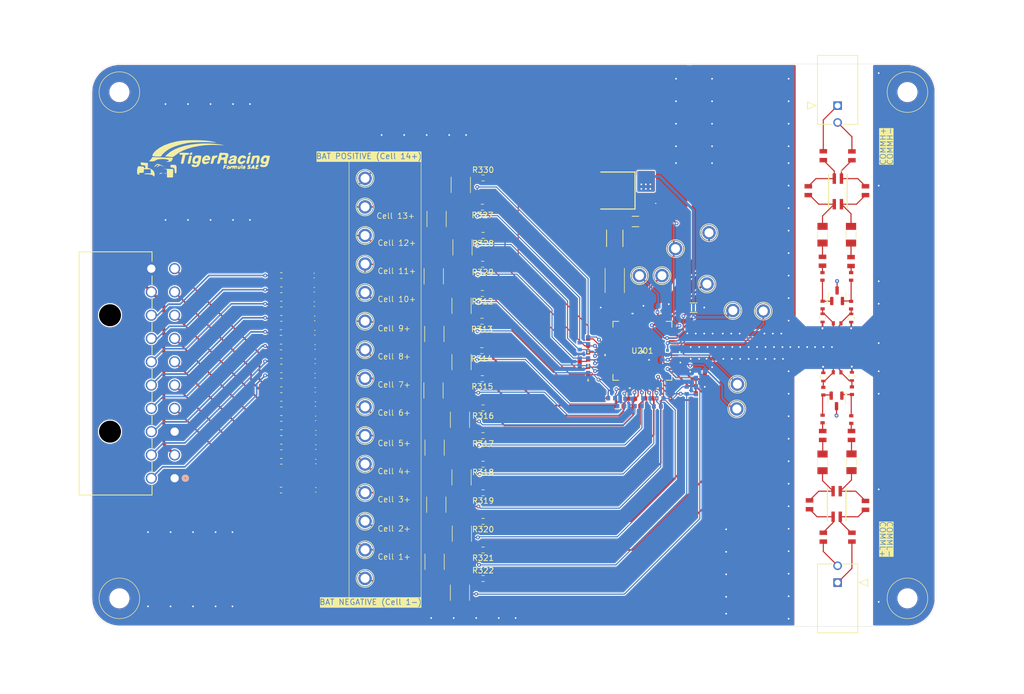
<source format=kicad_pcb>
(kicad_pcb (version 20241229) (generator "pcbnew") (generator_version "9.0")
  (layers (0 "F.Cu" signal) (4 "In1.Cu" power) (6 "In2.Cu" power) (2 "B.Cu" signal) (13 "F.Paste" user) (15 "B.Paste" user) (5 "F.SilkS" user "F.Silkscreen") (7 "B.SilkS" user "B.Silkscreen") (1 "F.Mask" user) (3 "B.Mask" user) (25 "Edge.Cuts" user))
  (net 0 "")
  (net 1 "Cell 7")
  (net 2 "Cell 9")
  (net 3 "Cell 5")
  (net 4 "Cell 1")
  (net 5 "Cell 8")
  (net 6 "Cell 10")
  (net 7 "Cell 11")
  (net 8 "Cell 3")
  (net 9 "Cell 6")
  (net 10 "Cell 13")
  (net 11 "Cell 2")
  (net 12 "Cell 4")
  (net 13 "Cell 12")
  (net 14 "CB9")
  (net 15 "VC4")
  (net 16 "VC8")
  (net 17 "CB7")
  (net 18 "AVSS")
  (net 19 "Net-(Q601-C)")
  (net 20 "VC2")
  (net 21 "VC7")
  (net 22 "CB14")
  (net 23 "VC11")
  (net 24 "VC1")
  (net 25 "CB12")
  (net 26 "Net-(C701-Pad2)")
  (net 27 "VC14")
  (net 28 "CB6")
  (net 29 "CB2")
  (net 30 "Net-(FL701-N1-)")
  (net 31 "Net-(FL701-N2-)")
  (net 32 "Net-(C702-Pad2)")
  (net 33 "CB0")
  (net 34 "Net-(FL702-N1-)")
  (net 35 "CB11")
  (net 36 "CB1")
  (net 37 "VC13")
  (net 38 "CB13")
  (net 39 "VC6")
  (net 40 "VC9")
  (net 41 "NFAULT")
  (net 42 "Net-(C707-Pad2)")
  (net 43 "VC10")
  (net 44 "Net-(FL702-N2-)")
  (net 45 "VC5")
  (net 46 "VC0")
  (net 47 "CB10")
  (net 48 "VC12")
  (net 49 "VC3")
  (net 50 "CB4")
  (net 51 "CB8")
  (net 52 "CB5")
  (net 53 "Net-(C708-Pad2)")
  (net 54 "CB3")
  (net 55 "Net-(F301-Pad2)")
  (net 56 "CVDD")
  (net 57 "NPNB")
  (net 58 "TSREF")
  (net 59 "DVDD")
  (net 60 "NEG5V")
  (net 61 "AVDD")
  (net 62 "LDOIN")
  (net 63 "REFHP")
  (net 64 "BAT")
  (net 65 "Net-(F302-Pad2)")
  (net 66 "Net-(F303-Pad2)")
  (net 67 "Net-(F304-Pad2)")
  (net 68 "Net-(F305-Pad2)")
  (net 69 "Net-(F306-Pad2)")
  (net 70 "Net-(F307-Pad2)")
  (net 71 "Net-(F308-Pad2)")
  (net 72 "Net-(F309-Pad2)")
  (net 73 "Net-(F310-Pad2)")
  (net 74 "Net-(F311-Pad2)")
  (net 75 "Net-(F312-Pad2)")
  (net 76 "Net-(F313-Pad2)")
  (net 77 "Net-(F314-Pad2)")
  (net 78 "Net-(F315-Pad2)")
  (net 79 "Net-(F316-Pad2)")
  (net 80 "Net-(F317-Pad2)")
  (net 81 "Net-(F318-Pad2)")
  (net 82 "Net-(F319-Pad2)")
  (net 83 "Net-(F320-Pad2)")
  (net 84 "Net-(F321-Pad2)")
  (net 85 "Net-(F322-Pad2)")
  (net 86 "Net-(F323-Pad2)")
  (net 87 "Net-(F324-Pad2)")
  (net 88 "Net-(F325-Pad2)")
  (net 89 "Net-(F326-Pad2)")
  (net 90 "Net-(F328-Pad2)")
  (net 91 "Net-(F329-Pad2)")
  (net 92 "Net-(F330-Pad2)")
  (net 93 "Net-(FL701-N2+)")
  (net 94 "Net-(FL701-N1+)")
  (net 95 "Net-(FL702-N1+)")
  (net 96 "Net-(FL702-N2+)")
  (net 97 "Net-(R601-Pad1)")
  (net 98 "Net-(D701-Pad1)")
  (net 99 "Net-(D701-Pad2)")
  (net 100 "Net-(D702-Pad1)")
  (net 101 "Net-(D702-Pad2)")
  (net 109 "COMML_N_OPT-")
  (net 110 "COMML_P_OPT+")
  (net 111 "COMMH_N_OPT-")
  (net 112 "COMMH_P_OPT+")
  (net 113 "COMLP")
  (net 114 "COMLN")
  (net 115 "COMHN")
  (net 116 "COMHP")
  (net 117 "ISO_COMML_P")
  (net 118 "ISO_COMML_N")
  (net 119 "ISO_COMMH_P")
  (net 120 "ISO_COMMH_N")
  (net 125 "Cell 0S")
  (net 126 "Cell 14S")
  (net 127 "Net-(C201-Pad2)")
  (net 128 "Net-(BAT_POSITIVE301-PadTP)")
  (footprint "Fuse:Fuse_0603_1608Metric" (layer "F.Cu") (at 98.763559 100.550732)
    (property "Reference" "F308" (hide yes))
    (property "Value" "0438.250WRA")
  )
  (footprint "5012:TP_5012" (layer "F.Cu") (at 162.389472 72.626439)
    (property "Reference" "TP502" (hide yes))
    (property "Value" "5012" (hide yes))
  )
  (footprint "CRCW08050000Z0EAHP:RES_CRCW_0805_VIS-L" (layer "F.Cu") (at 192.60544 113.371372 -90)
    (property "Reference" "R705" (hide yes))
    (property "Value" "0" (hide yes))
  )
  (footprint "BQ79614:QFP_4PAPRQ1_TEX-L" (layer "F.Cu") (at 162.909329 85.994672)
    (property "Reference" "U201")
    (property "Value" "BQ79614PAPRQ1" (hide yes))
  )
  (footprint "5012:TP_5012" (layer "F.Cu") (at 113.640259 95.970732)
    (property "Reference" "TP306" (hide yes))
    (property "Value" "5012" (hide yes))
  )
  (footprint "MountingHole:MountingHole_3.2mm_M3" (layer "F.Cu") (at 210 40)
    (property "Reference" "H102" (hide yes))
    (property "Value" "MountingHole" (hide yes))
  )
  (footprint "ERJ-3EKF1001V:RC0603N_PAN-L" (layer "F.Cu") (at 197.504533 81.114593 180)
    (property "Reference" "R712" (hide yes))
    (property "Value" "1k" (hide yes))
  )
  (footprint "Resistor_SMD:R_1812_4532Metric" (layer "F.Cu") (at 130.839232 118.5 -90)
    (property "Reference" "R309" (hide yes))
    (property "Value" "7.5")
  )
  (footprint "CRCW060351R0JNEA:RC0603N_VIS-L" (layer "F.Cu") (at 195.052328 93.171104 -90)
    (property "Reference" "R707" (hide yes))
    (property "Value" "51" (hide yes))
  )
  (footprint "KiCad:744242471" (layer "F.Cu") (at 197.636715 57.654388 -90)
    (property "Reference" "FL702" (hide yes))
    (property "Value" "470uH" (hide yes))
  )
  (footprint "Resistor_SMD:R_0603_1608Metric" (layer "F.Cu") (at 134.606775 96.138566 180)
    (property "Reference" "R316")
    (property "Value" "100")
  )
  (footprint "5012:TP_5012" (layer "F.Cu") (at 113.640259 60.410732)
    (property "Reference" "TP312" (hide yes))
    (property "Value" "5012" (hide yes))
  )
  (footprint "Resistor_SMD:R_0603_1608Metric" (layer "F.Cu") (at 134.606775 116.311895 180)
    (property "Reference" "R320")
    (property "Value" "100")
  )
  (footprint "Resistor_SMD:R_1812_4532Metric" (layer "F.Cu") (at 130.5 98.25 -90)
    (property "Reference" "R305" (hide yes))
    (property "Value" "7.5")
  )
  (footprint "RC0603JR-070RL:RC0603N_YAG-L" (layer "F.Cu") (at 194.899468 72.763222 -90)
    (property "Reference" "R719" (hide yes))
    (property "Value" "0" (hide yes))
  )
  (footprint "Fuse:Fuse_0603_1608Metric" (layer "F.Cu") (at 98.706859 82.739146)
    (property "Reference" "F301" (hide yes))
    (property "Value" "0438.250WRA")
  )
  (footprint "LOGO" (layer "F.Cu") (at 84.9 51.9)
    (property "Reference" "G***" (hide yes))
    (property "Value" "LOGO" (hide yes))
  )
  (footprint "CRCW08050000Z0EAHP:RES_CRCW_0805_VIS-L" (layer "F.Cu") (at 192.383946 57.530557 90)
    (property "Reference" "R716" (hide yes))
    (property "Value" "0" (hide yes))
  )
  (footprint "Resistor_SMD:R_2512_6332Metric" (layer "F.Cu") (at 158 73.5 -90)
    (property "Reference" "R602" (hide yes))
    (property "Value" "200")
  )
  (footprint "0686F1000-01:FUSC1608X60N" (layer "F.Cu") (at 104.888559 103.111715)
    (property "Reference" "F321" (hide yes))
    (property "Value" "0686F1000-01" (hide yes))
  )
  (footprint "5012:TP_5012" (layer "F.Cu") (at 113.640259 85.810732)
    (property "Reference" "TP304" (hide yes))
    (property "Value" "5012" (hide yes))
  )
  (footprint "5012:TP_5012" (layer "F.Cu") (at 174.75 65)
    (property "Reference" "TP501" (hide yes))
    (property "Value" "5012" (hide yes))
  )
  (footprint "Resistor_SMD:R_0603_1608Metric" (layer "F.Cu") (at 134.606775 126.471895)
    (property "Reference" "R322")
    (property "Value" "100")
  )
  (footprint "5012:TP_5012" (layer "F.Cu") (at 168.789472 67.826439 90)
    (property "Reference" "TP509" (hide yes))
    (property "Value" "5012" (hide yes))
  )
  (footprint "ERJ-3EKF30R0V:RC0603N_PAN-L" (layer "F.Cu") (at 158.078886 79.107101 90)
    (property "Reference" "R201" (hide yes))
    (property "Value" "30" (hide yes))
  )
  (footprint "GCM188R71C474KA55D:G-188_MUR-L" (layer "F.Cu") (at 153.265915 86.956488 90)
    (property "Reference" "C328" (hide yes))
    (property "Value" "0.47uF" (hide yes))
  )
  (footprint "CL10B221JB8NNNC:CAP_CL10_SAM-L" (layer "F.Cu") (at 200.132328 90.550557 -90)
    (property "Reference" "C703" (hide yes))
    (property "Value" "220pF" (hide yes))
  )
  (footprint "Fuse:Fuse_0603_1608Metric" (layer "F.Cu") (at 98.763559 105.630732)
    (property "Reference" "F310" (hide yes))
    (property "Value" "0438.250WRA")
  )
  (footprint "GCM188R71C474KA55D:G-188_MUR-L" (layer "F.Cu") (at 167.248317 94.485994 180)
    (property "Reference" "C319" (hide yes))
    (property "Value" "0.47uF" (hide yes))
  )
  (footprint "Resistor_SMD:R_0603_1608Metric" (layer "F.Cu") (at 134.606775 111.231895 180)
    (property "Reference" "R319")
    (property "Value" "100")
  )
  (footprint "0686F1000-01:FUSC1608X60N" (layer "F.Cu") (at 104.888559 105.678193)
    (property "Reference" "F317" (hide yes))
    (property "Value" "0686F1000-01" (hide yes))
  )
  (footprint "Resistor_SMD:R_0603_1608Metric" (layer "F.Cu") (at 134.376308 85.95782 180)
    (property "Reference" "R314")
    (property "Value" "100")
  )
  (footprint "GCM188R71C474KA55D:G-188_MUR-L" (layer "F.Cu") (at 157.425549 94.429745 180)
    (property "Reference" "C313" (hide yes))
    (property "Value" "0.47uF" (hide yes))
  )
  (footprint "ZXTN4004KTC:ZXTN4004KTC" (layer "F.Cu") (at 159.527 57.5 90)
    (property "Reference" "Q601" (hide yes))
    (property "Value" "ZXTN4004KTC" (hide yes))
  )
  (footprint "CRCW08050000Z0EAHP:RES_CRCW_0805_VIS-L" (layer "F.Cu") (at 200.132328 51.330156 90)
    (property "Reference" "R721" (hide yes))
    (property "Value" "0" (hide yes))
  )
  (footprint "5012:TP_5012" (layer "F.Cu") (at 184.389472 78.926439)
    (property "Reference" "TP506" (hide yes))
    (property "Value" "5012" (hide yes))
  )
  (footprint "CRCW060351R0JNEA:RC0603N_VIS-L" (layer "F.Cu") (at 199.982706 77.87571 90)
    (property "Reference" "R718" (hide yes))
    (property "Value" "51" (hide yes))
  )
  (footprint "Resistor_SMD:R_0603_1608Metric" (layer "F.Cu") (at 134.489641 60.450783 180)
    (property "Reference" "R327")
    (property "Value" "100")
  )
  (footprint "GCM188R71C474KA55D:G-188_MUR-L" (layer "F.Cu") (at 173.989472 89.526439 -90)
    (property "Reference" "C322" (hide yes))
    (property "Value" "0.47uF" (hide yes))
  )
  (footprint "GCM188R72A103KA37J:CAPC1608X90N" (layer "F.Cu") (at 156.639472 79.126439 -90)
    (property "Reference" "C201" (hide yes))
    (property "Value" "10nF" (hide yes))
  )
  (footprint "GCM188R71C474KA55D:G-188_MUR-L" (layer "F.Cu") (at 161.876489 95.818424 180)
    (property "Reference" "C316" (hide yes))
    (property "Value" "0.47uF" (hide yes))
  )
  (footprint "5012:TP_5012" (layer "F.Cu") (at 113.640259 70.570732)
    (property "Reference" "TP314" (hide yes))
    (property "Value" "5012" (hide yes))
  )
  (footprint "5012:TP_5012" (layer "F.Cu") (at 113.640259 80.730732)
    (property "Reference" "TP303" (hide yes))
    (property "Value" "5012" (hide yes))
  )
  (footprint "0686F1000-01:FUSC1608X60N" (layer "F.Cu") (at 104.600893 72.610732)
    (property "Reference" "F327" (hide yes))
    (property "Value" "0686F1000-01" (hide yes))
  )
  (footprint "0686F1000-01:FUSC1608X60N" (layer "F.Cu") (at 104.855472 98.010732)
    (property "Reference" "F319" (hide yes))
    (property "Value" "0686F1000-01" (hide yes))
  )
  (footprint "Resistor_SMD:R_0603_1608Metric" (layer "F.Cu") (at 134.414085 80.726709 180)
    (property "Reference" "R313")
    (property "Value" "100")
  )
  (footprint "MountingHole:MountingHole_3.2mm_M3" (layer "F.Cu") (at 210 130)
    (property "Reference" "H104" (hide yes))
    (property "Value" "MountingHole" (hide yes))
  )
  (footprint "0430450200:CON_430450200_MOL" (layer "F.Cu") (at 197.592328 42.403162 180)
    (property "Reference" "J702" (hide yes))
    (property "Value" "430450200" (hide yes))
  )
  (footprint "CRCW08050000Z0EAHP:RES_CRCW_0805_VIS-L" (layer "F.Cu") (at 202.543946 57.530557 90)
    (property "Reference" "R715" (hide yes))
    (property "Value" "0" (hide yes))
  )
  (footprint "Resistor_SMD:R_0603_1608Metric" (layer "F.Cu") (at 134.606775 65.474117 180)
    (property "Reference" "R328")
    (property "Value" "100")
  )
  (footprint "GCM188R71C474KA55D:G-188_MUR-L" (layer "F.Cu") (at 151.765915 88.503841 90)
    (property "Reference" "C329" (hide yes))
    (property "Value" "0.47uF" (hide yes))
  )
  (footprint "0686F1000-01:FUSC1608X60N" (layer "F.Cu") (at 104.607843 75.144045)
    (property "Reference" "F328" (hide yes))
    (property "Value" "0686F1000-01" (hide yes))
  )
  (footprint "GCM155R71A104KA55D:CAP_GCM15_1p05X0p55X0p55_MUR-L" (layer "F.Cu") (at 171.689472 81.326439 180)
    (property "Reference" "C208" (hide yes))
    (property "Value" "0.1uF" (hide yes))
  )
  (footprint "5012:TP_5012" (layer "F.Cu") (at 113.640259 106.130732)
    (property "Reference" "TP308" (hide yes))
    (property "Value" "5012" (hide yes))
  )
  (footprint "CRCW08050000Z0EAHP:RES_CRCW_0805_VIS-L" (layer "F.Cu") (at 194.907627 70.073882 90)
    (property "Reference" "R714" (hide yes))
    (property "Value" "0" (hide yes))
  )
  (footprint "Resistor_SMD:R_0603_1608Metric" (layer "F.Cu") (at 134.606775 121.391895 180)
    (property "Reference" "R321")
    (property "Value" "100")
  )
  (footprint "CL10B221JB8NNNC:CAP_CL10_SAM-L" (layer "F.Cu") (at 194.918733 80.134836 90)
    (property "Reference" "C706" (hide yes))
    (property "Value" "220pF" (hide yes))
  )
  (footprint "1206J2K00222KXR (1):CAPC3216X160N" (layer "F.Cu") (at 200.058341 105.804132 90)
    (property "Reference" "C702" (hide yes))
    (property "Value" "2200pF" (hide yes))
  )
  (footprint "RC0603JR-070RL:RC0603N_YAG-L" (layer "F.Cu") (at 200.015344 98.215369 90)
    (property "Reference" "R703" (hide yes))
    (property "Value" "0" (hide yes))
  )
  (footprint "5012:TP_5012" (layer "F.Cu") (at 179.689472 96.326439)
    (property "Reference" "TP505" (hide yes))
    (property "Value" "5012" (hide yes))
  )
  (footprint "Fuse:Fuse_0603_1608Metric" (layer "F.Cu") (at 98.763559 77.690732)
    (property "Reference" "F325" (hide yes))
    (property "Value" "0438.250WRA")
  )
  (footprint "1206J2K00222KXR (1):CAPC3216X160N" (layer "F.Cu") (at 194.912547 105.82589 90)
    (property "Reference" "C701" (hide yes))
    (property "Value" "2200pF" (hide yes))
  )
  (footprint "Resistor_SMD:R_1812_4532Metric" (layer "F.Cu") (at 130.65 56.5 -90)
    (property "Reference" "R323" (hide yes))
    (property "Value" "7.5")
  )
  (footprint "5012:TP_5012" (layer "F.Cu") (at 113.640259 55.330732)
    (property "Reference" "BAT_POSITIVE301" (hide yes))
    (property "Value" "5012" (hide yes))
  )
  (footprint "Resistor_SMD:R_1812_4532Metric" (layer "F.Cu") (at 130.780694 78 -90)
    (property "Reference" "R301" (hide yes))
    (property "Value" "7.5")
  )
  (footprint "1-794106-0:CON20_2X10_P4.14MM_RAMNL_TYC" (layer "F.Cu") (at 79.812428 108.644354 90)
    (property "Reference" "J401" (hide yes))
    (property "Value" "1-794106-0" (hide yes))
  )
  (footprint "RC0603JR-070RL:RC0603N_YAG-L" (layer "F.Cu") (at 194.923946 98.117457 90)
    (property "Reference" "R704" (hide yes))
    (property "Value" "0" (hide yes))
  )
  (footprint "Resistor_SMD:R_1812_4532Metric" (layer "F.Cu") (at 130.780694 108.5 -90)
    (property "Reference" "R307" (hide yes))
    (property "Value" "7.5")
  )
  (footprint "GCM188R71C474KA55D:G-188_MUR-L" (layer "F.Cu") (at 172.389472 94.126439 -90)
    (property "Reference" "C320" (hide yes))
    (property "Value" "0.47uF" (hide yes))
  )
  (footprint "C0603C105K8RACAUTO:CAPC18095_95N_KEM-L" (layer "F.Cu") (at 167.689472 79.426439 -90)
    (property "Reference" "C207" (hide yes))
    (property "Value" "1uF" (hide yes))
  )
  (footprint "CRCW08050000Z0EAHP:RES_CRCW_0805_VIS-L" (layer "F.Cu") (at 195.052328 51.305598 90)
    (property "Reference" "R722" (hide yes))
    (property "Value" "0" (hide yes))
  )
  (footprint "5012:TP_5012" (layer "F.Cu") (at 166.389472 72.626439)
    (property "Reference" "TP508" (hide yes))
    (property "Value" "5012" (hide yes))
  )
  (footprint "CRCW08050000Z0EAHP:RES_CRCW_0805_VIS-L" (layer "F.Cu") (at 200.132328 119.122756 -90)
    (property "Reference" "R702" (hide yes))
    (property "Value" "0" (hide yes))
  )
  (footprint "Resistor_SMD:R_0603_1608Metric" (layer "F.Cu") (at 134.537196 70.591895 180)
    (property "Reference" "R329")
    (property "Value" "100")
  )
  (footprint "1206J2K00222KXR (1):CAPC3216X160N" (layer "F.Cu") (at 199.976488 65.355186 -90)
    (property "Reference" "C707" (hide yes))
    (property "Value" "2200pF" (hide yes))
  )
  (footprint "GCM188R71C474KA55D:G-188_MUR-L" (layer "F.Cu") (at 161.024184 94.508899 180)
    (property "Reference" "C315" (hide yes))
    (property "Value" "0.47uF" (hide yes))
  )
  (footprint "5012:TP_5012" (layer "F.Cu") (at 113.640259 75.650732)
    (property "Reference" "TP302" (hide yes))
    (property "Value" "5012" (hide yes))
  )
  (footprint "Resistor_SMD:R_0603_1608Metric" (layer "F.Cu") (at 134.477048 90.924487 180)
    (property "Reference" "R315")
    (property "Value" "100")
  )
  (footprint "CRCW08050000Z0EAHP:RES_CRCW_0805_VIS-L" (layer "F.Cu") (at 195.052328 119.122756 -90)
    (property "Reference" "R701" (hide yes))
    (property "Value" "0" (hide yes))
  )
  (footprint "Resistor_SMD:R_1812_4532Metric" (layer "F.Cu") (at 126 103.2 -90)
    (property "Reference" "R306" (hide yes))
    (property "Value" "7.5")
  )
  (footprint "C2012X7R1A475M125AC:CAP_2012_TDK-L" (layer "F.Cu") (at 171.989472 78.326439 180)
    (property "Reference" "C206" (hide yes))
    (property "Value" "4.7uF" (hide yes))
  )
  (footprint "Fuse:Fuse_0603_1608Metric" (layer "F.Cu") (at 98.763559 103.090732)
    (property "Reference" "F309" (hide yes))
    (property "Value" "0438.250WRA")
  )
  (footprint "0686F1000-01:FUSC1608X60N" (layer "F.Cu") (at 104.888559 100.550732)
    (property "Reference" "F320" (hide yes))
    (property "Value" "0686F1000-01" (hide yes))
  )
  (footprint "Package_TO_SOT_SMD:SOT-23" (layer "F.Cu") (at 197.4 94.9 -90)
    (property "Reference" "D701" (hide yes))
    (property "Value" "24V")
  )
  (footprint "5012:TP_5012" (layer "F.Cu") (at 113.640259 65.490732)
    (property "Reference" "TP313" (hide yes))
    (property "Value" "5012" (hide yes))
  )
  (footprint "Package_TO_SOT_SMD:SOT-23" (layer "F.Cu") (at 197.5 76.2 90)
    (property "Reference" "D702" (hide yes))
    (property "Value" "24V")
  )
  (footprint "Resistor_SMD:R_0603_1608Metric" (layer "F.Cu") (at 134.606775 55.266895)
    (property "Reference" "R330")
    (property "Value" "100")
  )
  (footprint "5012:TP_5012" (layer "F.Cu") (at 113.640259 116.290732)
    (property "Reference" "TP310" (hide yes))
    (property "Value" "5012" (hide yes))
  )
  (footprint "0430450200:CON_430450200_MOL" (layer "F.Cu") (at 197.592328 127.202755)
    (property "Reference" "J701" (hide yes))
    (property "Value" "430450200" (hide yes))
  )
  (footprint "GCM188R71C474KA55D:G-188_MUR-L" (layer "F.Cu") (at 153.265915 84.494588 90)
    (property "Reference" "C327" (hide yes))
    (property "Value" "0.47uF" (hide yes))
  )
  (footprint "Resistor_SMD:R_0603_1608Metric" (layer "F.Cu") (at 134.486999 75.800971 180)
    (property "Reference" "R312")
    (property "Value" "100")
  )
  (footprint "Fuse:Fuse_0603_1608Metric" (layer "F.Cu") (at 98.763559 80.230732)
    (property "Reference" "F326" (hide yes))
    (property "Value" "0438.250WRA")
  )
  (footprint "Resistor_SMD:R_1812_4532Metric" (layer "F.Cu") (at 126.3 113.35 -90)
    (property "Reference" "R308" (hide yes))
    (property "Value" "7.5")
  )
  (footprint "5012:TP_5012" (layer "F.Cu") (at 113.640259 121.370732)
    (property "Reference" "TP311" (hide yes))
    (property "Value" "5012" (hide yes))
  )
  (footprint "5012:TP_5012" (layer "F.Cu") (at 179.789472 91.926439)
    (property "Reference" "TP507" (hide yes))
    (property "Value" "5012" (hide yes))
  )
  (footprint "Fuse:Fuse_0603_1608Metric" (layer "F.Cu") (at 98.717387 85.310732)
    (property "Reference" "F302" (hide yes))
    (property "Value" "0438.250WRA")
  )
  (footprint "CRCW08050000Z0EAHP:RES_CRCW_0805_VIS-L" (layer "F.Cu") (at 194.945704 101.047359 -90)
    (property "Reference" "R709" (hide yes))
    (property "Value" "0" (hide yes))
  )
  (footprint "Fuse:Fuse_0603_1608Metric" (layer "F.Cu") (at 98.7125 110.75)
    (property "Reference" "F311" (hide yes))
    (property "Value" "0438.250WRA")
  )
  (footprint "GCM188R71C474KA55D:G-188_MUR-L" (layer "F.Cu") (at 165.562641 95.881706 180)
    (property "Reference" "C318" (hide yes))
    (property "Value" "0.47uF" (hide yes))
  )
  (footprint "0686F1000-01:FUSC1608X60N" (layer "F.Cu") (at 104.618977 77.684941)
    (property "Reference" "F329" (hide yes))
    (property "Value" "0686F1000-01" (hide yes))
  )
  (footprint "Resistor_SMD:R_1812_4532Metric" (layer "F.Cu") (at 126 123.5 -90)
    (property "Reference" "R310" (hide yes))
    (property "Value" "7.5")
  )
  (footprint "MountingHole:MountingHole_3.2mm_M3" (layer "F.Cu") (at 70 40)
    (property "Reference" "H101" (hide yes))
    (property "Value" "MountingHole" (hide yes))
  )
  (footprint "0686F1000-01:FUSC1608X60N" (layer "F.Cu") (at 104.765801 85.310732)
    (property "Reference" "F313" (hide yes))
    (property "Value" "0686F1000-01" (hide yes))
  )
  (footprint "1206J2K00222KXR (1):CAPC3216X160N" (layer "F.Cu") (at 194.912547 65.348831 -90)
    (property "Reference" "C708" (hide yes))
    (property "Value" "2200pF" (hide yes))
  )
  (footprint "Resistor_SMD:R_1812_4532Metric" (layer "F.Cu") (at 126.35 62.55 -90)
    (property "Reference" "R324" (hide yes))
    (property "Value" "7.5")
  )
  (footprint "CL10B221JB8NNNC:CAP_CL10_SAM-L" (layer "F.Cu") (at 200.009385 80.162961 90)
    (property "Reference" "C705" (hide yes))
    (property "Value" "220pF" (hide yes))
  )
  (footprint "0686F1000-01:FUSC1608X60N" (layer "F.Cu") (at 104.761902 90.406561)
    (property "Reference" "F315" (hide yes))
    (property "Value" "0686F1000-01" (hide yes))
  )
  (footprint "Resistor_SMD:R_0603_1608Metric" (layer "F.Cu") (at 134.606775 106.151895 180)
    (property "Reference" "R318")
    (property "Value" "100")
  )
  (footprint "5012:TP_5012" (layer "F.Cu") (at 178.989472 78.826439 90)
    (property "Reference" "TP504" (hide yes))
    (property "Value" "5012" (hide yes))
  )
  (footprint "5011 (1):TP_5011" (layer "F.Cu") (at 113.640259 126.450732)
    (property "Reference" "TP301" (hide yes))
    (property "Value" "5011" (hide yes))
  )
  (footprint "Fuse:Fuse_0603_1608Metric" (layer "F.Cu") (at 98.763559 95.470732)
    (property "Reference" "F306" (hide yes))
    (property "Value" "0438.250WRA")
  )
  (footprint "Resistor_SMD:R_1812_4532Metric" (layer "F.Cu") (at 130.95 67.6 -90)
    (property "Reference" "R325" (hide yes))
    (property "Value" "7.5")
  )
  (footprint "CRCW08050000Z0EAHP:RES_CRCW_0805_VIS-L" (layer "F.Cu") (at 199.977357 70.124473 90)
    (property "Reference" "R713" (hide yes))
    (property "Value" "0" (hide yes))
  )
  (footprint "0686F1000-01:FUSC1608X60N" (layer "F.Cu") (at 104.836206 95.470732)
    (property "Reference" "F318" (hide yes))
    (property "Value" "0686F1000-01" (hide yes))
  )
  (footprint "5012:TP_5012" (layer "F.Cu") (at 113.640259 111.210732)
    (property "Reference" "TP309" (hide yes))
    (property "Value" "5012" (hide yes))
  )
  (footprint "CL10B221JB8NNNC:CAP_CL10_SAM-L" (layer "F.Cu") (at 195.052328 90.635804 -90)
    (property "Reference" "C704" (hide yes))
    (property "Value" "220pF" (hide yes))
  )
  (footprint "Resistor_SMD:R_0603_1608Metric" (layer "F.Cu") (at 134.606775 101.071895 180)
    (property "Reference" "R317")
    (property "Value" "100")
  )
  (footprint "Resistor_SMD:R_1812_4532Metric" (layer "F.Cu") (at 125.95 83 -90)
    (property "Reference" "R302" (hide yes))
    (property "Value" "7.5")
  )
  (footprint "Fuse:Fuse_0603_1608Metric" (layer "F.Cu") (at 98.763559 72.610732)
    (property "Reference" "F323" (hide yes))
    (property "Value" "0438.250WRA")
  )
  (footprint "0686F1000-01:FUSC1608X60N" (layer "F.Cu") (at 104.698901 80.230732)
    (property "Reference" "F330" (hide yes))
    (property "Value" "0686F1000-01" (hide yes))
  )
  (footprint "GCM188R71C474KA55D:G-188_MUR-L" (layer "F.Cu") (at 164.087895 94.455619 180)
    (property "Reference" "C317" (hide yes))
    (property "Value" "0.47uF" (hide yes))
  )
  (footprint "Resistor_SMD:R_1812_4532Metric" (layer "F.Cu") (at 130.5 129 90)
    (property "Reference" "R311" (hide yes))
    (property "Value" "7.5")
  )
  (footprint "CRCW08050000Z0EAHP:RES_CRCW_0805_VIS-L" (layer "F.Cu") (at 200.060268 101.047359 -90)
    (property "Reference" "R710" (hide yes))
    (property "Value" "0" (hide yes))
  )
  (footprint "Fuse:Fuse_0603_1608Metric" (layer "F.Cu") (at 98.763559 75.150732)
    (property "Reference" "F324" (hide yes))
    (property "Value" "0438.250WRA")
  )
  (footprint "RC0603JR-070RL:RC0603N_YAG-L" (layer "F.Cu") (at 199.993066 72.764857 -90)
    (property "Reference" "R720" (hide yes))
    (property "Value" "0" (hide yes))
  )
  (footprint "GCM31MR72A224KA37L:G-31_MUR-L" (layer "F.Cu") (at 161.6792 63)
    (property "Reference" "C601" (hide yes))
    (property "Value" "0.22uF" (hide yes))
  )
  (footprint "Fuse:Fuse_0603_1608Metric" (layer "F.Cu") (at 98.763559 87.844187)
    (property "Reference" "F303" (hide yes))
    (property "Value" "0438.250WRA")
  )
  (footprint "GCM188R71C474KA55D:G-188_MUR-L" (layer "F.Cu") (at 153.265915 89.503841 90)
    (property "Reference" "C330" (hide yes))
    (property "Value" "0.47uF" (hide yes))
  )
  (footprint "Fuse:Fuse_0603_1608Metric" (layer "F.Cu") (at 98.763559 98.010732)
    (property "Reference" "F307" (hide yes))
    (property "Value" "0438.250WRA")
  )
  (footprint "5012:TP_5012" (layer "F.Cu") (at 113.640259 90.890732)
    (property "Reference" "TP305" (hide yes))
    (property "Value" "5012" (hide yes))
  )
  (footprint "GCM188R71C474KA55D:G-188_MUR-L" (layer "F.Cu") (at 153.272109 92.026855 90)
    (property "Reference" "C312" (hide yes))
    (property "Value" "0.47uF" (hide yes))
  )
  (footprint "5012:TP_5012" (layer "F.Cu") (at 113.640259 101.050732)
    (property "Reference" "TP307" (hide yes))
    (property "Value" "5012" (hide yes))
  )
  (footprint "0686F1000-01:FUSC1608X60N" (layer "F.Cu") (at 104.719787 82.770732)
    (property "Reference" "F312" (hide yes))
    (property "Value" "0686F1000-01" (hide yes))
  )
  (footprint "0686F1000-01:FUSC1608X60N" (layer "F.Cu") (at 104.779402 87.850732)
    (property "Reference" "F314" (hide yes))
    (property "Value" "0686F1000-01" (hide yes))
  )
  (footprint "Fuse:Fuse_0603_1608Metric" (layer "F.Cu") (at 98.763559 92.915798)
    (property "Reference" "F305" (hide yes))
    (property "Value" "0438.250WRA")
  )
  (footprint "KiCad:744242471" (layer "F.Cu") (at 197.42807 113.221188 90)
    (property "Reference" "FL701" (hide yes))
    (property "Value" "470uH" (hide yes))
  )
  (footprint "ERJ-3EKF1001V:RC0603N_PAN-L" (layer "F.Cu") (at 197.502282 89.819176 180)
    (property "Reference" "R711" (hide yes))
    (property "Value" "1k" (hide yes))
  )
  (footprint "CRCW08050000Z0EAHP:RES_CRCW_0805_VIS-L" (layer "F.Cu") (at 202.543946 113.471757 -90)
    (property "Reference" "R706" (hide yes))
    (property "Value" "0" (hide yes))
  )
  (footprint "Resistor_SMD:R_1812_4532Metric" (layer "F.Cu") (at 125.8 93.05 -90)
    (property "Reference" "R304" (hide yes))
    (property "Value" "7.5")
  )
  (footprint "GCM188R71C474KA55D:G-188_MUR-L" (layer "F.Cu") (at 158.916872 95.838586 180)
    (property "Reference" "C314" (hide yes))
    (property "Value" "0.47uF" (hide yes))
  )
  (footprint "5012:TP_5012" (layer "F.Cu") (at 174.389472 74.126439)
    (property "Reference" "TP503" (hide yes))
    (property "Value" "5012" (hide yes))
  )
  (footprint "MountingHole:MountingHole_3.2mm_M3" (layer "F.Cu") (at 70 130)
    (property "Reference" "H103" (hide yes))
    (property "Value" "MountingHole" (hide yes))
  )
  (footprint "Resistor_SMD:R_1812_4532Metric" (layer "F.Cu") (at 130.780694 88 -90)
    (property "Reference" "R303" (hide yes))
    (property "Value" "7.5")
  )
  (footprint "CRCW060351R0JNEA:RC0603N_VIS-L" (layer "F.Cu") (at 200.132328 93.085857 -90)
    (property "Reference" "R708" (hide yes))
    (property "Value" "51" (hide yes))
  )
  (footprint "0686F1000-01:FUSC1608X60N" (layer "F.Cu") (at 104.796997 92.930732)
    (property "Reference" "F316" (hide yes))
    (property "Value" "0686F1000-01" (hide yes))
  )
  (footprint "Resistor_SMD:R_1812_4532Metric" (layer "F.Cu") (at 125.85 72.75 -90)
    (property "Reference" "R326" (hide yes))
    (property "Value" "7.5")
  )
  (footprint "GCM188R71C474KA55D:G-188_MUR-L" (layer "F.Cu") (at 172.389472 91.626439 -90)
    (property "Reference" "C321" (hide yes))
    (property "Value" "0.47uF" (hide yes))
  )
  (footprint "0686F1000-01:FUSC1608X60N" (layer "F.Cu") (at 104.888559 110.710732)
    (property "Reference" "F322" (hide yes))
    (property "Value" "0686F1000-01" (hide yes))
  )
  (footprint "CRCW060351R0JNEA:RC0603N_VIS-L" (layer "F.Cu") (at 194.923946 77.850557 90)
    (property "Reference" "R717" (hide yes))
    (property "Value" "51" (hide yes))
  )
  (footprint "CRCW2010100RFKEF:RES_CRCW_2010-L" (layer "F.Cu") (at 158 66 90)
    (property "Reference" "R601" (hide yes))
    (property "Value" "100" (hide yes))
  )
  (footprint "Fuse:Fuse_0603_1608Metric" (layer "F.Cu") (at 98.763559 90.390732)
    (property "Reference" "F304" (hide yes))
    (property "Value" "0438.250WRA")
  )
  (footprint "GCM188R71C474KA55D:G-188_MUR-L" (layer "B.Cu") (at 165.562641 95.881706 180)
    (property "Reference" "C307" (hide yes))
    (property "Value" "0.47uF" (hide yes))
  )
  (footprint "GCM188R71C474KA55D:G-188_MUR-L" (layer "B.Cu") (at 153.265915 86.664388 90)
    (property "Reference" "C325" (hide yes))
    (property "Value" "0.47uF" (hide yes))
  )
  (footprint "GCM188R71C474KA55D:G-188_MUR-L" (layer "B.Cu") (at 160.452684 94.508899 180)
    (property "Reference" "C304" (hide yes))
    (property "Value" "0.47uF" (hide yes))
  )
  (footprint "C0603C105K8RACAUTO:CAPC18095_95N_KEM-L" (layer "B.Cu") (at 165.789472 87.626439)
    (property "Reference" "C203" (hide yes))
    (property "Value" "1uF" (hide yes))
  )
  (footprint "GCM188R71C474KA55D:G-188_MUR-L" (layer "B.Cu") (at 159.112104 95.82985 180)
    (property "Reference" "C303" (hide yes))
    (property "Value" "0.47uF" (hide yes))
  )
  (footprint "GCM188R71C474KA55D:G-188_MUR-L" (layer "B.Cu") (at 166.072388 94.454354 180)
    (property "Reference" "C308" (hide yes))
    (property "Value" "0.47uF" (hide yes))
  )
  (footprint "GCM188R71C474KA55D:G-188_MUR-L" (layer "B.Cu") (at 151.765915 85.164388 90)
    (property "Reference" "C324" (hide yes))
    (property "Value" "0.47uF" (hide yes))
  )
  (footprint "C0603C105K8RACAUTO:CAPC18095_95N_KEM-L" (layer "B.Cu") (at 174.063086 90.131368 90)
    (property "Reference" "C204" (hide yes))
    (property "Value" "1uF" (hide yes))
  )
  (footprint "GCM188R71C474KA55D:G-188_MUR-L" (layer "B.Cu") (at 151.765915 87.906657 90)
    (property "Reference" "C326" (hide yes))
    (property "Value" "0.47uF" (hide yes))
  )
  (footprint "GCM188R71C474KA55D:G-188_MUR-L" (layer "B.Cu") (at 163.656095 94.455619 180)
    (property "Reference" "C306" (hide yes))
    (property "Value" "0.47uF" (hide yes))
  )
  (footprint "GCM188R71C474KA55D:G-188_MUR-L" (layer "B.Cu") (at 170.783679 93.02139 90)
    (property "Reference" "C309" (hide yes))
    (property "Value" "0.47uF" (hide yes))
  )
  (footprint "GCM188R71C474KA55D:G-188_MUR-L" (layer "B.Cu") (at 172.434986 90.120896 -90)
    (property "Reference" "C311" (hide yes))
    (property "Value" "0.47uF" (hide yes))
  )
  (footprint "GCM188R71C474KA55D:G-188_MUR-L" (layer "B.Cu") (at 162.206689 95.818424 180)
    (property "Reference" "C305" (hide yes))
    (property "Value" "0.47uF" (hide yes))
  )
  (footprint "GCM188R71C474KA55D:G-188_MUR-L" (layer "B.Cu") (at 172.432051 93.144139 -90)
    (property "Reference" "C310" (hide yes))
    (property "Value" "0.47uF" (hide yes))
  )
  (footprint "C0603C105K8RACAUTO:CAPC18095_95N_KEM-L" (layer "B.Cu") (at 165.089472 78.026439)
    (property "Reference" "C205" (hide yes))
    (property "Value" "1uF" (hide yes))
  )
  (footprint "GCM155R71A104KA55D:CAP_GCM15_1p05X0p55X0p55_MUR-L" (layer "B.Cu") (at 167.789472 85.926439 180)
    (property "Reference" "C202" (hide yes))
    (property "Value" "0.1uF" (hide yes))
  )
  (footprint "GCM188R71C474KA55D:G-188_MUR-L" (layer "B.Cu") (at 153.265915 89.261572 90)
    (property "Reference" "C301" (hide yes))
    (property "Value" "0.47uF" (hide yes))
  )
  (footprint "GCM188R71C474KA55D:G-188_MUR-L" (layer "B.Cu") (at 157.473229 94.396294 180)
    (property "Reference" "C302" (hide yes))
    (property "Value" "0.47uF" (hide yes))
  )
  (footprint "GCM188R71C474KA55D:G-188_MUR-L" (layer "B.Cu") (at 153.265915 84.164388 90)
    (property "Reference" "C323" (hide yes))
    (property "Value" "0.47uF" (hide yes))
  )
  (gr_line (start 123.6 50.6) (end 123.6 131.6) (stroke (width 0.1)) (layer "F.SilkS"))
  (gr_circle (center 70 130) (end 73 132) (stroke (width 0.1)) (fill no) (layer "F.SilkS"))
  (gr_line (start 110.8 52.4) (end 110.8 130.3) (stroke (width 0.1)) (layer "F.SilkS"))
  (gr_circle (center 210 40) (end 213 42) (stroke (width 0.1)) (fill no) (layer "F.SilkS"))
  (gr_circle (center 210 130) (end 213 132) (stroke (width 0.1)) (fill no) (layer "F.SilkS"))
  (gr_circle (center 70 40) (end 73 42) (stroke (width 0.1)) (fill no) (layer "F.SilkS"))
  (gr_arc (start 65 40) (mid 66.464466 36.464466) (end 70 35) (stroke (width 0.05)) (layer "Edge.Cuts"))
  (gr_line (start 65 40) (end 65 130) (stroke (width 0.05)) (layer "Edge.Cuts"))
  (gr_line (start 215 130) (end 215 40) (stroke (width 0.05)) (layer "Edge.Cuts"))
  (gr_arc (start 215 130) (mid 213.535534 133.535534) (end 210 135) (stroke (width 0.05)) (layer "Edge.Cuts"))
  (gr_line (start 70 135) (end 210 135) (stroke (width 0.05)) (layer "Edge.Cuts"))
  (gr_arc (start 70 135) (mid 66.464466 133.535534) (end 65 130) (stroke (width 0.05)) (layer "Edge.Cuts"))
  (gr_arc (start 210 35) (mid 213.535534 36.464466) (end 215 40) (stroke (width 0.05)) (layer "Edge.Cuts"))
  (gr_line (start 210 35) (end 70 35) (stroke (width 0.05)) (layer "Edge.Cuts"))
  (gr_text "Cell 2+" (at 115.8 118.2 0) (layer "F.SilkS") (effects (font (size 1 1) (thickness 0.125)) (justify left bottom)))
  (gr_text "COMML-" (at 206.25 116.25 270) (layer "F.SilkS" knockout) (effects (font (size 1 1) (thickness 0.1)) (justify left bottom)))
  (gr_text "Cell 9+" (at 115.8 82.6 0) (layer "F.SilkS") (effects (font (size 1 1) (thickness 0.125)) (justify left bottom)))
  (gr_text "Cell 8+" (at 115.8 87.6 0) (layer "F.SilkS") (effects (font (size 1 1) (thickness 0.125)) (justify left bottom)))
  (gr_text "Cell 10+" (at 115.8 77.4 0) (layer "F.SilkS") (effects (font (size 1 1) (thickness 0.125)) (justify left bottom)))
  (gr_text "Cell 12+" (at 115.8 67.4 0) (layer "F.SilkS") (effects (font (size 1 1) (thickness 0.125)) (justify left bottom)))
  (gr_text "Cell 5+" (at 115.8 103 0) (layer "F.SilkS") (effects (font (size 1 1) (thickness 0.125)) (justify left bottom)))
  (gr_text "Cell 3+" (at 115.8 113 0) (layer "F.SilkS") (effects (font (size 1 1) (thickness 0.125)) (justify left bottom)))
  (gr_text "Cell 6+" (at 115.8 97.6 0) (layer "F.SilkS") (effects (font (size 1 1) (thickness 0.125)) (justify left bottom)))
  (gr_text "COMMH+" (at 206.25 53 90) (layer "F.SilkS" knockout) (effects (font (size 1 1) (thickness 0.1)) (justify left bottom)))
  (gr_text "BAT NEGATIVE (Cell 1-)" (at 105.488439 131.244131 0) (layer "F.SilkS" knockout) (effects (font (size 1 1) (thickness 0.125)) (justify left bottom)))
  (gr_text "Cell 11+" (at 115.8 72.4 0) (layer "F.SilkS") (effects (font (size 1 1) (thickness 0.125)) (justify left bottom)))
  (gr_text "COMMH-" (at 207.5 53 90) (layer "F.SilkS" knockout) (effects (font (size 1 1) (thickness 0.1)) (justify left bottom)))
  (gr_text "Cell 13+" (at 115.6 62.6 0) (layer "F.SilkS") (effects (font (size 1 1) (thickness 0.125)) (justify left bottom)))
  (gr_text "Cell 4+" (at 115.8 108 0) (layer "F.SilkS") (effects (font (size 1 1) (thickness 0.125)) (justify left bottom)))
  (gr_text "BAT POSITIVE (Cell 14+)" (at 104.873406 51.98152 0) (layer "F.SilkS" knockout) (effects (font (size 1 1) (thickness 0.125)) (justify left bottom)))
  (gr_text "Cell 7+" (at 115.8 92.6 0) (layer "F.SilkS") (effects (font (size 1 1) (thickness 0.125)) (justify left bottom)))
  (gr_text "COMML+" (at 205 116.25 -90) (layer "F.SilkS" knockout) (effects (font (size 1 1) (thickness 0.1)) (justify left bottom)))
  (gr_text "Cell 1+" (at 115.8 123.2 0) (layer "F.SilkS") (effects (font (size 1 1) (thickness 0.125)) (justify left bottom)))
  (segment (start 95.903765 90.390732) (end 95.889472 90.376439) (width 0.3) (layer "F.Cu") (net 1))
  (segment (start 98.043559 90.390732) (end 95.903765 90.390732) (width 0.3) (layer "F.Cu") (net 1))
  (via (at 95.889472 90.376439) (size 0.7) (drill 0.3) (layers "F.Cu" "B.Cu") (net 1))
  (segment (start 77.690345 106.626439) (end 75.67243 108.644354) (width 0.3) (layer "B.Cu") (net 1))
  (segment (start 94.389472 91.876439) (end 94.389472 93.876439) (width 0.3) (layer "B.Cu") (net 1))
  (segment (start 81.639472 106.626439) (end 77.690345 106.626439) (width 0.3) (layer "B.Cu") (net 1))
  (segment (start 95.889472 90.376439) (end 94.389472 91.876439) (width 0.3) (layer "B.Cu") (net 1))
  (segment (start 94.389472 93.876439) (end 81.639472 106.626439) (width 0.3) (layer "B.Cu") (net 1))
  (segment (start 96.073765 85.310732) (end 95.889472 85.126439) (width 0.3) (layer "F.Cu") (net 2))
  (segment (start 97.997387 85.310732) (end 96.073765 85.310732) (width 0.3) (layer "F.Cu") (net 2))
  (via (at 95.889472 85.126439) (size 0.7) (drill 0.3) (layers "F.Cu" "B.Cu") (net 2))
  (segment (start 81.889472 98.626439) (end 77.76969 98.626439) (width 0.3) (layer "B.Cu") (net 2))
  (segment (start 95.389472 85.126439) (end 81.889472 98.626439) (width 0.3) (layer "B.Cu") (net 2))
  (segment (start 95.889472 85.126439) (end 95.389472 85.126439) (width 0.3) (layer "B.Cu") (net 2))
  (segment (start 77.76969 98.626439) (end 76.031773 100.364356) (width 0.3) (layer "B.Cu") (net 2))
  (segment (start 98.043559 95.470732) (end 97.483765 95.470732) (width 0.3) (layer "F.Cu") (net 3))
  (segment (start 93.389472 89.101404) (end 79.812428 75.52436) (width 0.3) (layer "F.Cu") (net 3))
  (segment (start 93.389472 91.376439) (end 93.389472 89.101404) (width 0.3) (layer "F.Cu") (net 3))
  (segment (start 97.483765 95.470732) (end 93.389472 91.376439) (width 0.3) (layer "F.Cu") (net 3))
  (segment (start 93.358803 105.630732) (end 79.812428 92.084357) (width 0.3) (layer "F.Cu") (net 4))
  (segment (start 98.043559 105.630732) (end 93.358803 105.630732) (width 0.3) (layer "F.Cu") (net 4))
  (segment (start 95.921724 87.844187) (end 95.889472 87.876439) (width 0.3) (layer "F.Cu") (net 5))
  (segment (start 98.043559 87.844187) (end 95.921724 87.844187) (width 0.3) (layer "F.Cu") (net 5))
  (via (at 95.889472 87.876439) (size 0.7) (drill 0.3) (layers "F.Cu" "B.Cu") (net 5))
  (segment (start 95.889472 88.126439) (end 81.639472 102.376439) (width 0.3) (layer "B.Cu") (net 5))
  (segment (start 81.639472 102.376439) (end 77.800346 102.376439) (width 0.3) (layer "B.Cu") (net 5))
  (segment (start 77.800346 102.376439) (end 75.67243 104.504355) (width 0.3) (layer "B.Cu") (net 5))
  (segment (start 95.889472 87.876439) (end 95.889472 88.126439) (width 0.3) (layer "B.Cu") (net 5))
  (segment (start 97.986859 82.739146) (end 96.002179 82.739146) (width 0.3) (layer "F.Cu") (net 6))
  (segment (start 96.002179 82.739146) (end 95.889472 82.626439) (width 0.3) (layer "F.Cu") (net 6))
  (via (at 95.889472 82.626439) (size 0.7) (drill 0.3) (layers "F.Cu" "B.Cu") (net 6))
  (segment (start 93.389472 82.626439) (end 81.889472 94.126439) (width 0.3) (layer "B.Cu") (net 6))
  (segment (start 77.770348 94.126439) (end 75.67243 96.224357) (width 0.3) (layer "B.Cu") (net 6))
  (segment (start 81.889472 94.126439) (end 77.770348 94.126439) (width 0.3) (layer "B.Cu") (net 6))
  (segment (start 95.889472 82.626439) (end 93.389472 82.626439) (width 0.3) (layer "B.Cu") (net 6))
  (segment (start 98.043559 80.230732) (end 95.993765 80.230732) (width 0.3) (layer "F.Cu") (net 7))
  (segment (start 95.993765 80.230732) (end 95.889472 80.126439) (width 0.3) (layer "F.Cu") (net 7))
  (via (at 95.889472 80.126439) (size 0.7) (drill 0.3) (layers "F.Cu" "B.Cu") (net 7))
  (segment (start 81.889472 90.126439) (end 77.630348 90.126439) (width 0.3) (layer "B.Cu") (net 7))
  (segment (start 95.889472 80.126439) (end 91.889472 80.126439) (width 0.3) (layer "B.Cu") (net 7))
  (segment (start 91.889472 80.126439) (end 81.889472 90.126439) (width 0.3) (layer "B.Cu") (net 7))
  (segment (start 77.630348 90.126439) (end 75.67243 92.084357) (width 0.3) (layer "B.Cu") (net 7))
  (segment (start 98.043559 100.550732) (end 96.558801 100.550732) (width 0.3) (layer "F.Cu") (net 8))
  (segment (start 96.558801 100.550732) (end 79.812428 83.804359) (width 0.3) (layer "F.Cu") (net 8))
  (segment (start 98.043559 92.915798) (end 96.678831 92.915798) (width 0.3) (layer "F.Cu") (net 9))
  (segment (start 96.678831 92.915798) (end 94.889472 91.126439) (width 0.3) (layer "F.Cu") (net 9))
  (segment (start 94.889472 91.126439) (end 94.889472 86.461405) (width 0.3) (layer "F.Cu") (net 9))
  (segment (start 94.889472 86.461405) (end 79.812428 71.384361) (width 0.3) (layer "F.Cu") (net 9))
  (segment (start 98.043559 75.150732) (end 95.913765 75.150732) (width 0.3) (layer "F.Cu") (net 10))
  (segment (start 95.913765 75.150732) (end 95.889472 75.126439) (width 0.3) (layer "F.Cu") (net 10))
  (via (at 95.889472 75.126439) (size 0.7) (drill 0.3) (layers "F.Cu" "B.Cu") (net 10))
  (segment (start 88.389472 75.126439) (end 81.889472 81.626439) (width 0.3) (layer "B.Cu") (net 10))
  (segment (start 95.889472 75.126439) (end 88.389472 75.126439) (width 0.3) (layer "B.Cu") (net 10))
  (segment (start 81.889472 81.626439) (end 78.889472 81.626439) (width 0.3) (layer "B.Cu") (net 10))
  (segment (start 78.889472 81.626439) (end 76.711552 83.804359) (width 0.3) (layer "B.Cu") (net 10))
  (segment (start 76.711552 83.804359) (end 75.67243 83.804359) (width 0.3) (layer "B.Cu") (net 10))
  (segment (start 98.007852 103.126439) (end 94.994509 103.126439) (width 0.3) (layer "F.Cu") (net 11))
  (segment (start 94.994509 103.126439) (end 79.812428 87.944358) (width 0.3) (layer "F.Cu") (net 11))
  (segment (start 98.043559 97.89549) (end 79.812428 79.664359) (width 0.3) (layer "F.Cu") (net 12))
  (segment (start 98.043559 77.690732) (end 95.953765 77.690732) (width 0.3) (layer "F.Cu") (net 13))
  (segment (start 95.953765 77.690732) (end 95.889472 77.626439) (width 0.3) (layer "F.Cu") (net 13))
  (via (at 95.889472 77.626439) (size 0.7) (drill 0.3) (layers "F.Cu" "B.Cu") (net 13))
  (segment (start 77.990349 85.626439) (end 75.67243 87.944358) (width 0.3) (layer "B.Cu") (net 13))
  (segment (start 89.889472 77.626439) (end 81.889472 85.626439) (width 0.3) (layer "B.Cu") (net 13))
  (segment (start 81.889472 85.626439) (end 77.990349 85.626439) (width 0.3) (layer "B.Cu") (net 13))
  (segment (start 95.889472 77.626439) (end 89.889472 77.626439) (width 0.3) (layer "B.Cu") (net 13))
  (segment (start 125.95 83.05) (end 125.95 85.1375) (width 0.2) (layer "F.Cu") (net 14))
  (segment (start 126.513569 82.486431) (end 125.95 83.05) (width 0.2) (layer "F.Cu") (net 14))
  (segment (start 133.586431 82.486431) (end 133.586431 82.486432) (width 0.2) (layer "F.Cu") (net 14))
  (segment (start 133.620812 82.452051) (end 133.586432 82.486431) (width 0.2) (layer "F.Cu") (net 14))
  (segment (start 133.586432 82.486431) (end 133.586431 82.486431) (width 0.2) (layer "F.Cu") (net 14))
  (segment (start 133.586431 82.486431) (end 126.513569 82.486431) (width 0.2) (layer "F.Cu") (net 14))
  (segment (start 157.232429 89.745617) (end 155.878046 91.1) (width 0.2) (layer "F.Cu") (net 14))
  (segment (start 155.878046 91.1) (end 155.1 91.1) (width 0.2) (layer "F.Cu") (net 14))
  (via (at 133.586431 82.486431) (size 0.7) (drill 0.3) (layers "F.Cu" "B.Cu") (net 14))
  (via (at 155.1 91.1) (size 0.7) (drill 0.3) (layers "F.Cu" "B.Cu") (net 14))
  (segment (start 156.850929 92.850929) (end 156.850929 94.396294) (width 0.2) (layer "B.Cu") (net 14))
  (segment (start 155.1 91.1) (end 156.850929 92.850929) (width 0.2) (layer "B.Cu") (net 14))
  (segment (start 147.131944 89.883872) (end 139.700123 82.452051) (width 0.2) (layer "B.Cu") (net 14))
  (segment (start 153.265915 89.883872) (end 147.131944 89.883872) (width 0.2) (layer "B.Cu") (net 14))
  (segment (start 155.1 91.1) (end 153.883872 89.883872) (width 0.2) (layer "B.Cu") (net 14))
  (segment (start 153.883872 89.883872) (end 153.265915 89.883872) (width 0.2) (layer "B.Cu") (net 14))
  (segment (start 139.700123 82.452051) (end 133.620812 82.452051) (width 0.2) (layer "B.Cu") (net 14))
  (segment (start 164.940341 100.87557) (end 159.664016 106.151895) (width 0.3) (layer "F.Cu") (net 15))
  (segment (start 164.940341 94.685765) (end 164.710195 94.455619) (width 0.3) (layer "F.Cu") (net 15))
  (segment (start 164.940341 95.881706) (end 164.940341 94.685765) (width 0.3) (layer "F.Cu") (net 15))
  (segment (start 164.765595 93.165595) (end 164.765595 94.400219) (width 0.2) (layer "F.Cu") (net 15))
  (segment (start 164.940341 95.881706) (end 164.940341 100.87557) (width 0.3) (layer "F.Cu") (net 15))
  (segment (start 164.765595 94.400219) (end 164.710195 94.455619) (width 0.2) (layer "F.Cu") (net 15))
  (segment (start 164.159644 92.559644) (end 164.765595 93.165595) (width 0.2) (layer "F.Cu") (net 15))
  (segment (start 159.664016 106.151895) (end 135.282974 106.151895) (width 0.3) (layer "F.Cu") (net 15))
  (segment (start 164.159644 91.671572) (end 164.159644 92.559644) (width 0.2) (layer "F.Cu") (net 15))
  (segment (start 158.251697 94.048303) (end 158.251697 94.429745) (width 0.2) (layer "F.Cu") (net 16))
  (segment (start 160.158636 91.671572) (end 160.158636 92.522806) (width 0.2) (layer "F.Cu") (net 16))
  (segment (start 144.821126 95.726439) (end 135.052507 85.95782) (width 0.3) (layer "F.Cu") (net 16))
  (segment (start 159.356928 92.943072) (end 158.251697 94.048303) (width 0.2) (layer "F.Cu") (net 16))
  (segment (start 158.294572 95.838586) (end 158.294572 94.676468) (width 0.3) (layer "F.Cu") (net 16))
  (segment (start 160.158636 92.522806) (end 159.73837 92.943072) (width 0.2) (layer "F.Cu") (net 16))
  (segment (start 159.73837 92.943072) (end 159.356928 92.943072) (width 0.2) (layer "F.Cu") (net 16))
  (segment (start 158.294572 94.676468) (end 158.047849 94.429745) (width 0.3) (layer "F.Cu") (net 16))
  (segment (start 158.182425 95.726439) (end 144.821126 95.726439) (width 0.3) (layer "F.Cu") (net 16))
  (segment (start 160.658762 92.641238) (end 160.658762 91.671572) (width 0.2) (layer "F.Cu") (net 17))
  (segment (start 125.8 94.2) (end 125.8 95.1875) (width 0.2) (layer "F.Cu") (net 17))
  (segment (start 160.031343 93.267157) (end 160.032843 93.267157) (width 0.2) (layer "F.Cu") (net 17))
  (segment (start 133.736927 93.436926) (end 133.736927 93.436927) (width 0.2) (layer "F.Cu") (net 17))
  (segment (start 159.705428 93.593072) (end 160.031343 93.267157) (width 0.2) (layer "F.Cu") (net 17))
  (segment (start 133.751832 93.422021) (end 133.736927 93.436926) (width 0.2) (layer "F.Cu") (net 17))
  (segment (start 133.736927 93.436927) (end 133.736926 93.436927) (width 0.2) (layer "F.Cu") (net 17))
  (segment (start 133.736927 93.436927) (end 126.563073 93.436927) (width 0.2) (layer "F.Cu") (net 17))
  (segment (start 160.032843 93.267157) (end 160.658762 92.641238) (width 0.2) (layer "F.Cu") (net 17))
  (segment (start 126.563073 93.436927) (end 125.8 94.2) (width 0.2) (layer "F.Cu") (net 17))
  (via (at 159.705428 93.593072) (size 0.7) (drill 0.3) (layers "F.Cu" "B.Cu") (net 17))
  (via (at 133.736927 93.436927) (size 0.7) (drill 0.3) (layers "F.Cu" "B.Cu") (net 17))
  (segment (start 159.830384 93.718028) (end 159.830384 94.508899) (width 0.2) (layer "B.Cu") (net 17))
  (segment (start 159.830384 94.508899) (end 159.830384 95.73387) (width 0.2) (layer "B.Cu") (net 17))
  (segment (start 149.612429 97.444357) (end 145.518901 93.350829) (width 0.2) (layer "B.Cu") (net 17))
  (segment (start 159.734404 95.82985) (end 159.734404 96.41085) (width 0.2) (layer "B.Cu") (net 17))
  (segment (start 159.705428 93.593072) (end 159.830384 93.718028) (width 0.2) (layer "B.Cu") (net 17))
  (segment (start 158.700897 97.444357) (end 149.612429 97.444357) (width 0.2) (layer "B.Cu") (net 17))
  (segment (start 133.823024 93.350829) (end 133.751832 93.422021) (width 0.2) (layer "B.Cu") (net 17))
  (segment (start 159.734404 96.41085) (end 158.700897 97.444357) (width 0.2) (layer "B.Cu") (net 17))
  (segment (start 145.518901 93.350829) (end 133.823024 93.350829) (width 0.2) (layer "B.Cu") (net 17))
  (segment (start 200.009385 82.006526) (end 199.989472 82.026439) (width 0.3) (layer "F.Cu") (net 18))
  (segment (start 194.918733 81.997178) (end 194.889472 82.026439) (width 0.3) (layer "F.Cu") (net 18))
  (segment (start 168.586229 86.744861) (end 166.855139 86.744861) (width 0.2) (layer "F.Cu") (net 18))
  (segment (start 166.6 88) (end 166.845239 88.245239) (width 0.2) (layer "F.Cu") (net 18))
  (segment (start 170.3 82.9) (end 170.9 82.9) (width 0.2) (layer "F.Cu") (net 18))
  (segment (start 169.663204 88.076201) (end 169.494166 88.245239) (width 0.2) (layer "F.Cu") (net 18))
  (segment (start 156.639472 78.356439) (end 155.556439 78.356439) (width 0.2) (layer "F.Cu") (net 18))
  (segment (start 194.918733 80.861036) (end 194.918733 81.997178) (width 0.3) (layer "F.Cu") (net 18))
  (segment (start 197.4 95.8375) (end 197.4 97.5) (width 0.2) (layer "F.Cu") (net 18))
  (segment (start 167.689472 78.80024) (end 167.689472 77.789472) (width 0.2) (layer "F.Cu") (net 18))
  (segment (start 166.845239 88.245239) (end 168.586229 88.245239) (width 0.2) (layer "F.Cu") (net 18))
  (segment (start 169.956021 83.243979) (end 170.3 82.9) (width 0.2) (layer "F.Cu") (net 18))
  (segment (start 155.556439 78.356439) (end 155.5 78.3) (width 0.2) (layer "F.Cu") (net 18))
  (segment (start 195.052328 88.889295) (end 194.989472 88.826439) (width 0.3) (layer "F.Cu") (net 18))
  (segment (start 195.052328 89.909604) (end 195.052328 88.889295) (width 0.3) (layer "F.Cu") (net 18))
  (segment (start 200.009385 80.889161) (end 200.009385 82.006526) (width 0.3) (layer "F.Cu") (net 18))
  (segment (start 197.5 75.2625) (end 197.5 73.6) (width 0.2) (layer "F.Cu") (net 18))
  (segment (start 175.295861 88.904139) (end 175.3 88.9) (width 0.2) (layer "F.Cu") (net 18))
  (segment (start 200.132328 88.869295) (end 200.089472 88.826439) (width 0.3) (layer "F.Cu") (net 18))
  (segment (start 173.873561 78.326439) (end 173.9 78.3) (width 0.2) (layer "F.Cu") (net 18))
  (segment (start 166.855139 86.744861) (end 166.6 87) (width 0.2) (layer "F.Cu") (net 18))
  (segment (start 169.494166 88.245239) (end 168.586229 88.245239) (width 0.2) (layer "F.Cu") (net 18))
  (segment (start 173.989472 88.904139) (end 175.295861 88.904139) (width 0.2) (layer "F.Cu") (net 18))
  (segment (start 173.068972 78.326439) (end 173.873561 78.326439) (width 0.2) (layer "F.Cu") (net 18))
  (segment (start 166.6 87) (end 166.6 88) (width 0.2) (layer "F.Cu") (net 18))
  (segment (start 168.586229 83.243979) (end 169.956021 83.243979) (width 0.2) (layer "F.Cu") (net 18))
  (segment (start 200.132328 89.824357) (end 200.132328 88.869295) (width 0.3) (layer "F.Cu") (net 18))
  (segment (start 167.689472 77.789472) (end 167.6 77.7) (width 0.2) (layer "F.Cu") (net 18))
  (via (at 178.689472 82.926439) (size 0.7) (drill 0.3) (layers "F.Cu" "B.Cu") (net 18))
  (via (at 204.889472 110.626439) (size 0.7) (drill 0.3) (layers "F.Cu" "B.Cu") (net 18))
  (via (at 90.189472 42.126439) (size 0.7) (drill 0.3) (layers "F.Cu" "B.Cu") (net 18))
  (via (at 188.889472 89.626439) (size 0.7) (drill 0.3) (layers "F.Cu" "B.Cu") (net 18))
  (via (at 186.089472 82.926439) (size 0.7) (drill 0.3) (layers "F.Cu" "B.Cu") (net 18))
  (via (at 83.089472 131.426439) (size 0.7) (drill 0.3) (layers "F.Cu" "B.Cu") (net 18))
  (via (at 175.889472 85.326439) (size 0.7) (drill 0.3) (layers "F.Cu" "B.Cu") (net 18))
  (via (at 175.289472 52.626439) (size 0.7) (drill 0.3) (layers "F.Cu" "B.Cu") (net 18))
  (via (at 200.089472 88.826439) (size 0.7) (drill 0.3) (layers "F.Cu" "B.Cu") (net 18))
  (via (at 174.3 87.401439) (size 0.7) (drill 0.3) (layers "F.Cu" "B.Cu") (net 18))
  (via (at 133.389472 133.5) (size 0.7) (drill 0.3) (layers "F.Cu" "B.Cu") (net 18))
  (via (at 192.189472 85.326439) (size 0.7) (drill 0.3) (layers "F.Cu" "B.Cu") (net 18))
  (via (at 90.189472 62.726439) (size 0.7) (drill 0.3) (layers "F.Cu" "B.Cu") (net 18))
  (via (at 188.889472 49.626439) (size 0.7) (drill 0.3) (layers "F.Cu" "B.Cu") (net 18))
  (via (at 82.189472 62.726439) (size 0.7) (drill 0.3) (layers "F.Cu" "B.Cu") (net 18))
  (via (at 204.889472 36.626439) (size 0.7) (drill 0.3) (layers "F.Cu" "B.Cu") (net 18))
  (via (at 188.889472 121.626439) (size 0.7) (drill 0.3) (layers "F.Cu" "B.Cu") (net 18))
  (via (at 188.889472 64.626439) (size 0.7) (drill 0.3) (layers "F.Cu" "B.Cu") (net 18))
  (via (at 188.889472 113.626439) (size 0.7) (drill 0.3) (layers "F.Cu" "B.Cu") (net 18))
  (via (at 188.889472 117.626439) (size 0.7) (drill 0.3) (layers "F.Cu" "B.Cu") (net 18))
  (via (at 188.889472 105.626439) (size 0.7) (drill 0.3) (layers "F.Cu" "B.Cu") (net 18))
  (via (at 183.289472 87.426439) (size 0.7) (drill 0.3) (layers "F.Cu" "B.Cu") (net 18))
  (via (at 186.389472 87.426439) (size 0.7) (drill 0.3) (layers "F.Cu" "B.Cu") (net 18))
  (via (at 175.389472 82.926439) (size 0.7) (drill 0.3) (layers "F.Cu" "B.Cu") (net 18))
  (via (at 82.189472 42.126439) (size 0.7) (drill 0.3) (layers "F.Cu" "B.Cu") (net 18))
  (via (at 183.289472 85.326439) (size 0.7) (drill 0.3) (layers "F.Cu" "B.Cu") (net 18))
  (via (at 188.889472 45.626439) (size 0.7) (drill 0.3) (layers "F.Cu" "B.Cu") (net 18))
  (via (at 188.889472 72.626439) (size 0.7) (drill 0.3) (layers "F.Cu" "B.Cu") (net 18))
  (via (at 79.089472 131.426439) (size 0.7) (drill 0.3) (layers "F.Cu" "B.Cu") (net 18))
  (via (at 188.889472 133.626439) (size 0.7) (drill 0.3) (layers "F.Cu" "B.Cu") (net 18))
  (via (at 87.089472 131.426439) (size 0.7) (drill 0.3) (layers "F.Cu" "B.Cu") (net 18))
  (via (at 175.289472 45.626439) (size 0.7) (drill 0.3) (layers "F.Cu" "B.Cu") (net 18))
  (via (at 168.889472 45.626439) (size 0.7) (drill 0.3) (layers "F.Cu" "B.Cu") (net 18))
  (via (at 184.789472 85.326439) (size 0.7) (drill 0.3) (layers "F.Cu" "B.Cu") (net 18))
  (via (at 170.9 82.9) (size 0.7) (drill 0.3) (layers "F.Cu" "B.Cu") (net 18))
  (via (at 184.589472 82.926439) (size 0.7) (drill 0.3) (layers "F.Cu" "B.Cu") (net 18))
  (via (at 93.189472 42.126439) (size 0.7) (drill 0.3) (layers "F.Cu" "B.Cu") (net 18))
  (via (at 204.889472 84.626439) (size 0.7) (drill 0.3) (layers "F.Cu" "B.Cu") (net 18))
  (via (at 197.5 73.6) (size 0.7) (drill 0.3) (layers "F.Cu" "B.Cu") (net 18))
  (via (at 175.289472 41.626439) (size 0.7) (drill 0.3) (layers "F.Cu" "B.Cu") (net 18))
  (via (at 204.889472 89.626439) (size 0.7) (drill 0.3) (layers "F.Cu" "B.Cu") (net 18))
  (via (at 177.789472 117.726439) (size 0.7) (drill 0.3) (layers "F.Cu" "B.Cu") (net 18))
  (via (at 173.889472 82.926439) (size 0.7) (drill 0.3) (layers "F.Cu" "B.Cu") (net 18))
  (via (at 164.1 87.6) (size 0.7) (drill 0.3) (layers "F.Cu" "B.Cu") (net 18))
  (via (at 177.289472 87.426439) (size 0.7) (drill 0.3) (layers "F.Cu" "B.Cu") (net 18))
  (via (at 188.889472 52.626439) (size 0.7) (drill 0.3) (layers "F.Cu" "B.Cu") (net 18))
  (via (at 177.789472 125.726439) (size 0.7) (drill 0.3) (layers "F.Cu" "B.Cu") (net 18))
  (via (at 168.889472 37.626439) (size 0.7) (drill 0.3) (layers "F.Cu" "B.Cu") (net 18))
  (via (at 79.089472 118.226439) (size 0.7) (drill 0.3) (layers "F.Cu" "B.Cu") (net 18))
  (via (at 204.889472 77.626439) (size 0.7) (drill 0.3) (layers "F.Cu" "B.Cu") (net 18))
  (via (at 120.589472 47.626439) (size 0.7) (drill 0.3) (layers "F.Cu" "B.Cu") (net 18))
  (via (at 193.589472 85.326439) (size 0.7) (drill 0.3) (layers "F.Cu" "B.Cu") (net 18))
  (via (at 171.489472 87.426439) (size 0.7) (drill 0.3) (layers "F.Cu" "B.Cu") (net 18))
  (via (at 196.589472 85.326439) (size 0.7) (drill 0.3) (layers "F.Cu" "B.Cu") (net 18))
  (via (at 187.889472 87.426439) (size 0.7) (drill 0.3) (layers "F.Cu" "B.Cu") (net 18))
  (via (at 186.289472 85.326439) (size 0.7) (drill 0.3) (layers "F.Cu" "B.Cu") (net 18))
  (via (at 83.089472 118.226439) (size 0.7) (drill 0.3) (layers "F.Cu" "B.Cu") (net 18))
  (via (at 177.389472 85.326439) (size 0.7) (drill 0.3) (layers "F.Cu" "B.Cu") (net 18))
  (via (at 116.589472 47.626439) (size 0.7) (drill 0.3) (layers "F.Cu" "B.Cu") (net 18))
  (via (at 173.9 78.3) (size 0.7) (drill 0.3) (layers "F.Cu" "B.Cu") (net 18))
  (via (at 124.589472 47.626439) (size 0.7) (drill 0.3) (layers "F.Cu" "B.Cu") (net 18))
  (via (at 137.389472 133.5) (size 0.7) (drill 0.3) (layers "F.Cu" "B.Cu") (net 18))
  (via (at 174.489472 85.326439) (size 0.7) (drill 0.3) (layers "F.Cu" "B.Cu") (net 18))
  (via (at 78.189472 62.726439) (size 0.7) (drill 0.3) (layers "F.Cu" "B.Cu") (net 18))
  (via (at 177.789472 132.726439) (size 0.7) (drill 0.3) (layers "F.Cu" "B.Cu") (net 18))
  (via (at 75.089472 131.426439) (size 0.7) (drill 0.3) (layers "F.Cu" "B.Cu") (net 18))
  (via (at 180.289472 87.426439) (size 0.7) (drill 0.3) (layers "F.Cu" "B.Cu") (net 18))
  (via (at 172.389472 82.926439) (size 0.7) (drill 0.3) (layers "F.Cu" "B.Cu") (net 18))
  (via (at 187.589472 82.926439) (size 0.7) (drill 0.3) (layers "F.Cu" "B.Cu") (net 18))
  (via (at 131.589472 47.626439) (size 0.7) (drill 0.3) (layers "F.Cu" "B.Cu") (net 18))
  (via (at 175.289472 37.626439) (size 0.7) (drill 0.3) (layers "F.Cu" "B.Cu") (net 18))
  (via (at 168.889472 41.626439) (size 0.7) (drill 0.3) (layers "F.Cu" "B.Cu") (net 18))
  (via (at 204.889472 130.626439) (size 0.7) (drill 0.3) (layers "F.Cu" "B.Cu") (net 18))
  (via (at 172.989472 87.426439) (size 0.7) (drill 0.3) (layers "F.Cu" "B.Cu") (net 18))
  (via (at 177.789472 129.726439) (size 0.7) (drill 0.3) (layers "F.Cu" "B.Cu") (net 18))
  (via (at 163.1 78) (size 0.7) (drill 0.3) (layers "F.Cu" "B.Cu") (net 18))
  (via (at 188.889472 129.626439) (size 0.7) (drill 0.3) (layers "F.Cu" "B.Cu") (net 18))
  (via (at 204.889472 73.626439) (size 0.7) (drill 0.3) (layers "F.Cu" "B.Cu") (net 18))
  (via (at 168.889472 49.626439) (size 0.7) (drill 0.3) (layers "F.Cu" "B.Cu") (net 18))
  (via (at 180.189472 82.926439) (size 0.7) (drill 0.3) (layers "F.Cu" "B.Cu") (net 18))
  (via (at 189.189472 85.326439) (size 0.7) (drill 0.3) (layers "F.Cu" "B.Cu") (net 18))
  (via (at 188.889472 37.626439) (size 0.7) (drill 0.3) (layers "F.Cu" "B.Cu") (net 18))
  (via (at 177.189472 82.926439) (size 0.7) (drill 0.3) (layers "F.Cu" "B.Cu") (net 18))
  (via (at 174 92.4) (size 0.7) (drill 0.3) (layers "F.Cu" "B.Cu") (net 18))
  (via (at 128.589472 47.626439) (size 0.7) (drill 0.3) (layers "F.Cu" "B.Cu") (net 18))
  (via (at 171.489472 85.326439) (size 0.7) (drill 0.3) (layers "F.Cu" "B.Cu") (net 18))
  (via (at 86.189472 42.126439) (size 0.7) (drill 0.3) (layers "F.Cu" "B.Cu") (net 18))
  (via (at 78.189472 42.126439) (size 0.7) (drill 0.3) (layers "F.Cu" "B.Cu") (net 18))
  (via (at 181.789472 87.426439) (size 0.7) (drill 0.3) (layers "F.Cu" "B.Cu") (net 18))
  (via (at 190.689472 85.326439) (size 0.7) (drill 0.3) (layers "F.Cu" "B.Cu") (net 18))
  (via (at 204.889472 93.626439) (size 0.7) (drill 0.3) (layers "F.Cu" "B.Cu") (net 18))
  (via (at 178.789472 87.426439) (size 0.7) (drill 0.3) (layers "F.Cu" "B.Cu") (net 18))
  (via (at 177.789472 121.726439) (size 0.7) (drill 0.3) (layers "F.Cu" "B.Cu") (net 18))
  (via (at 140.389472 133.5) (size 0.7) (drill 0.3) (layers "F.Cu" "B.Cu") (net 18))
  (via (at 194.889472 82.026439) (size 0.7) (drill 0.3) (layers "F.Cu" "B.Cu") (net 18))
  (via (at 188.889472 68.626439) (size 0.7) (drill 0.3) (layers "F.Cu" "B.Cu") (net 18))
  (via (at 188.889472 109.626439) (size 0.7) (drill 0.3) (layers "F.Cu" "B.Cu") (net 18))
  (via (at 188.889472 60.626439) (size 0.7) (drill 0.3) (layers "F.Cu" "B.Cu") (net 18))
  (via (at 194.989472 88.826439) (size 0.7) (drill 0.3) (layers "F.Cu" "B.Cu") (net 18))
  (via (at 167.6 77.7) (size 0.7) (drill 0.3) (layers "F.Cu" "B.Cu") (net 18))
  (via (at 199.989472 82.026439) (size 0.7) (drill 0.3) (layers "F.Cu" "B.Cu") (net 18))
  (via (at 181.789472 85.326439) (size 0.7) (drill 0.3) (layers "F.Cu" "B.Cu") (net 18))
  (via (at 195.089472 85.326439) (size 0.7) (drill 0.3) (layers "F.Cu" "B.Cu") (net 18))
  (via (at 178.889472 85.326439) (size 0.7) (drill 0.3) (layers "F.Cu" "B.Cu") (net 18))
  (via (at 175.289472 49.626439) (size 0.7) (drill 0.3) (layers "F.Cu" "B.Cu") (net 18))
  (via (at 155.5 78.3) (size 0.7) (drill 0.3) (layers "F.Cu" "B.Cu") (net 18))
  (via (at 129.389472 133.5) (size 0.7) (drill 0.3) (layers "F.Cu" "B.Cu") (net 18))
  (via (at 93.189472 62.726439) (size 0.7) (drill 0.3) (layers "F.Cu" "B.Cu") (net 18))
  (via (at 188.889472 41.626439) (size 0.7) (drill 0.3) (layers "F.Cu" "B.Cu") (net 18))
  (via (at 188.889472 56.626439) (size 0.7) (drill 0.3) (layers "F.Cu" "B.Cu") (net 18))
  (via (at 180.289472 85.326439) (size 0.7) (drill 0.3) (layers "F.Cu" "B.Cu") (net 18))
  (via (at 90.089472 118.226439) (size 0.7) (drill 0.3) (layers "F.Cu" "B.Cu") (net 18))
  (via (at 90.089472 131.426439) (size 0.7) (drill 0.3) (layers "F.Cu" "B.Cu") (net 18))
  (via (at 188.889472 76.626439) (size 0.7) (drill 0.3) (layers "F.Cu" "B.Cu") (net 18))
  (via (at 87.089472 118.226439) (size 0.7) (drill 0.3) (layers "F.Cu" "B.Cu") (net 18))
  (via (at 188.889472 80.626439) (size 0.7) (drill 0.3) (layers "F.Cu" "B.Cu") (net 18))
  (via (at 169.663204 88.076201) (size 0.7) (drill 0.3) (layers "F.Cu" "B.Cu") (net 18))
  (via (at 168.889472 52.626439) (size 0.7) (drill 0.3) (layers "F.Cu" "B.Cu") (net 18))
  (via (at 188.889472 97.626439) (size 0.7) (drill 0.3) (layers "F.Cu" "B.Cu") (net 18))
  (via (at 75.089472 118.226439) (size 0.7) (drill 0.3) (layers "F.Cu" "B.Cu") (net 18))
  (via (at 187.789472 85.326439) (size 0.7) (drill 0.3) (layers "F.Cu" "B.Cu") (net 18))
  (via (at 188.889472 101.626439) (size 0.7) (drill 0.3) (layers "F.Cu" "B.Cu") (net 18))
  (via (at 197.4 97.5) (size 0.7) (drill 0.3) (layers "F.Cu" "B.Cu") (net 18))
  (via (at 172.989472 85.326439) (size 0.7) (drill 0.3) (layers "F.Cu" "B.Cu") (net 18))
  (via (at 86.189472 62.726439) (size 0.7) (drill 0.3) (layers "F.Cu" "B.Cu") (net 18))
  (via (at 204.889472 56.626439) (size 0.7) (drill 0.3) (layers "F.Cu" "B.Cu") (net 18))
  (via (at 188.889472 125.626439) (size 0.7) (drill 0.3) (layers "F.Cu" "B.Cu") (net 18))
  (via (at 175.3 88.9) (size 0.7) (drill 0.3) (layers "F.Cu" "B.Cu") (net 18))
  (via (at 188.889472 93.626439) (size 0.7) (drill 0.3) (layers "F.Cu" "B.Cu") (net 18))
  (via (at 171.401157 89.698843) (size 0.7) (drill 0.3) (layers "F.Cu" "B.Cu") (net 18))
  (via (at 184.789472 87.426439) (size 0.7) (drill 0.3) (layers "F.Cu" "B.Cu") (net 18))
  (via (at 125.389472 133.5) (size 0.7) (drill 0.3) (layers "F.Cu" "B.Cu") (net 18))
  (segment (start 165.163273 87.626439) (end 164.126439 87.626439) (width 0.2) (layer "B.Cu") (net 18))
  (segment (start 164.463273 78.026439) (end 163.126439 78.026439) (width 0.2) (layer "B.Cu") (net 18))
  (segment (start 174.063086 92.336914) (end 174 92.4) (width 0.2) (layer "B.Cu") (net 18))
  (segment (start 163.126439 78.026439) (end 163.1 78) (width 0.2) (layer "B.Cu") (net 18))
  (segment (start 160.173197 57.595666) (end 160.220245 57.595666) (width 0.2) (layer "B.Cu") (net 18))
  (segment (start 174.063086 90.757567) (end 174.063086 92.336914) (width 0.2) (layer "B.Cu") (net 18))
  (segment (start 164.126439 87.626439) (end 164.1 87.6) (width 0.2) (layer "B.Cu") (net 18))
  (segment (start 172.434986 89.498596) (end 171.601404 89.498596) (width 0.2) (layer "B.Cu") (net 18))
  (segment (start 168.208572 85.926439) (end 170.889472 85.926439) (width 0.3) (layer "B.Cu") (net 18))
  (segment (start 171.601404 89.498596) (end 171.401157 89.698843) (width 0.2) (layer "B.Cu") (net 18))
  (segment (start 170.889472 85.926439) (end 171.489472 85.326439) (width 0.3) (layer "B.Cu") (net 18))
  (segment (start 167.870617 94.070617) (end 167.870617 94.369972) (width 0.2) (layer "F.Cu") (net 20))
  (segment (start 160.938977 116.311895) (end 135.282974 116.311895) (width 0.3) (layer "F.Cu") (net 20))
  (segment (start 166.160148 91.671572) (end 166.160148 92.360148) (width 0.2) (layer "F.Cu") (net 20))
  (segment (start 169.789472 94.748739) (end 168.133362 94.748739) (width 0.3) (layer "F.Cu") (net 20))
  (segment (start 169.789472 107.4614) (end 160.938977 116.311895) (width 0.3) (layer "F.Cu") (net 20))
  (segment (start 169.789472 94.748739) (end 169.789472 107.4614) (width 0.3) (layer "F.Cu") (net 20))
  (segment (start 172.389472 94.748739) (end 169.789472 94.748739) (width 0.3) (layer "F.Cu") (net 20))
  (segment (start 168.133362 94.748739) (end 167.870617 94.485994) (width 0.3) (layer "F.Cu") (net 20))
  (segment (start 166.160148 92.360148) (end 167.870617 94.070617) (width 0.2) (layer "F.Cu") (net 20))
  (segment (start 159.539172 96.776739) (end 158.789472 97.526439) (width 0.3) (layer "F.Cu") (net 21))
  (segment (start 161.158888 91.671572) (end 161.158888 92.806798) (width 0.2) (layer "F.Cu") (net 21))
  (segment (start 158.789472 97.526439) (end 141.755199 97.526439) (width 0.3) (layer "F.Cu") (net 21))
  (segment (start 160.532843 93.432843) (end 160.532843 94.3656) (width 0.2) (layer "F.Cu") (net 21))
  (segment (start 161.158888 92.806798) (end 160.532843 93.432843) (width 0.2) (layer "F.Cu") (net 21))
  (segment (start 159.539172 95.838586) (end 159.539172 95.371611) (width 0.3) (layer "F.Cu") (net 21))
  (segment (start 159.539172 95.838586) (end 159.539172 96.776739) (width 0.3) (layer "F.Cu") (net 21))
  (segment (start 160.532843 94.3656) (end 160.539013 94.37177) (width 0.2) (layer "F.Cu") (net 21))
  (segment (start 159.539172 95.371611) (end 160.401884 94.508899) (width 0.3) (layer "F.Cu") (net 21))
  (segment (start 141.755199 97.526439) (end 135.153247 90.924487) (width 0.3) (layer "F.Cu") (net 21))
  (segment (start 155.196556 84.003444) (end 155.937469 84.744357) (width 0.2) (layer "F.Cu") (net 22))
  (segment (start 133.570862 57.929138) (end 133.570862 56.869982) (width 0.2) (layer "F.Cu") (net 22))
  (segment (start 155.937469 84.744357) (end 157.232429 84.744357) (width 0.2) (layer "F.Cu") (net 22))
  (segment (start 132.8625 58.6375) (end 133.570862 57.929138) (width 0.2) (layer "F.Cu") (net 22))
  (segment (start 130.65 58.6375) (end 132.8625 58.6375) (width 0.2) (layer "F.Cu") (net 22))
  (via (at 155.196556 84.003444) (size 0.7) (drill 0.3) (layers "F.Cu" "B.Cu") (net 22))
  (via (at 133.570862 56.869982) (size 0.7) (drill 0.3) (layers "F.Cu" "B.Cu") (net 22))
  (segment (start 155.196556 84.003444) (end 154.7352 83.542088) (width 0.2) (layer "B.Cu") (net 22))
  (segment (start 133.570862 56.869982) (end 136.978054 56.869982) (width 0.2) (layer "B.Cu") (net 22))
  (segment (start 154.7352 83.542088) (end 153.265915 83.542088) (width 0.2) (layer "B.Cu") (net 22))
  (segment (start 153.265915 73.157843) (end 153.265915 83.542088) (width 0.2) (layer "B.Cu") (net 22))
  (segment (start 136.978054 56.869982) (end 153.265915 73.157843) (width 0.2) (layer "B.Cu") (net 22))
  (segment (start 157.232429 88.245239) (end 155.688047 88.245239) (width 0.2) (layer "F.Cu") (net 23))
  (segment (start 151.765915 89.126141) (end 151.184915 89.126141) (width 0.2) (layer "F.Cu") (net 23))
  (segment (start 153.021315 89.126141) (end 153.265915 88.881541) (width 0.2) (layer "F.Cu") (net 23))
  (segment (start 151.184915 89.126141) (end 135.213395 73.154621) (width 0.2) (layer "F.Cu") (net 23))
  (segment (start 155.051745 88.881541) (end 153.265915 88.881541) (width 0.2) (layer "F.Cu") (net 23))
  (segment (start 135.213395 73.154621) (end 135.213395 70.591895) (width 0.2) (layer "F.Cu") (net 23))
  (segment (start 155.688047 88.245239) (end 155.051745 88.881541) (width 0.2) (layer "F.Cu") (net 23))
  (segment (start 151.765915 89.126141) (end 153.021315 89.126141) (width 0.2) (layer "F.Cu") (net 23))
  (segment (start 172.389472 92.248739) (end 172.389472 93.504139) (width 0.3) (layer "F.Cu") (net 24))
  (segment (start 171.089351 92.248739) (end 172.389472 92.248739) (width 0.3) (layer "F.Cu") (net 24))
  (segment (start 173.579472 93.438739) (end 173.579472 109.037314) (width 0.3) (layer "F.Cu") (net 24))
  (segment (start 161.224891 121.391895) (end 135.282974 121.391895) (width 0.3) (layer "F.Cu") (net 24))
  (segment (start 173.579472 109.037314) (end 161.224891 121.391895) (width 0.3) (layer "F.Cu") (net 24))
  (segment (start 168.586229 89.745617) (end 171.089351 92.248739) (width 0.3) (layer "F.Cu") (net 24))
  (segment (start 172.389472 92.248739) (end 173.579472 93.438739) (width 0.3) (layer "F.Cu") (net 24))
  (segment (start 154.655139 86.744861) (end 157.232429 86.744861) (width 0.2) (layer "F.Cu") (net 25))
  (segment (start 133.601985 67.101985) (end 132.398015 67.101985) (width 0.2) (layer "F.Cu") (net 25))
  (segment (start 133.623596 67.080373) (end 133.601985 67.101984) (width 0.2) (layer "F.Cu") (net 25))
  (segment (start 154.5 86.9) (end 154.655139 86.744861) (width 0.2) (layer "F.Cu") (net 25))
  (segment (start 130.95 68.55) (end 130.95 69.7375) (width 0.2) (layer "F.Cu") (net 25))
  (segment (start 132.398015 67.101985) (end 130.95 68.55) (width 0.2) (layer "F.Cu") (net 25))
  (segment (start 133.601985 67.101984) (end 133.601985 67.101985) (width 0.2) (layer "F.Cu") (net 25))
  (via (at 133.601985 67.101985) (size 0.7) (drill 0.3) (layers "F.Cu" "B.Cu") (net 25))
  (via (at 154.5 86.9) (size 0.7) (drill 0.3) (layers "F.Cu" "B.Cu") (net 25))
  (segment (start 154.142088 86.042088) (end 153.265915 86.042088) (width 0.2) (layer "B.Cu") (net 25))
  (segment (start 139.568445 67.080373) (end 133.623596 67.080373) (width 0.2) (layer "B.Cu") (net 25))
  (segment (start 149.612429 77.124357) (end 139.568445 67.080373) (width 0.2) (layer "B.Cu") (net 25))
  (segment (start 154.5 86.4) (end 154.142088 86.042088) (width 0.2) (layer "B.Cu") (net 25))
  (segment (start 151.649893 85.786688) (end 149.612429 83.749224) (width 0.2) (layer "B.Cu") (net 25))
  (segment (start 151.765915 85.786688) (end 153.010515 85.786688) (width 0.2) (layer "B.Cu") (net 25))
  (segment (start 154.5 86.9) (end 154.5 86.4) (width 0.2) (layer "B.Cu") (net 25))
  (segment (start 153.010515 85.786688) (end 153.265915 86.042088) (width 0.2) (layer "B.Cu") (net 25))
  (segment (start 149.612429 83.749224) (end 149.612429 77.124357) (width 0.2) (layer "B.Cu") (net 25))
  (segment (start 194.912547 103.809289) (end 194.912547 104.34089) (width 0.2) (layer "F.Cu") (net 26))
  (segment (start 194.945704 101.834759) (end 194.945704 103.776132) (width 0.2) (layer "F.Cu") (net 26))
  (segment (start 194.945704 103.776132) (end 194.912547 103.809289) (width 0.2) (layer "F.Cu") (net 26))
  (segment (start 154.146161 83.872288) (end 153.265915 83.872288) (width 0.2) (layer "F.Cu") (net 27))
  (segment (start 153.265915 81.563432) (end 140.855839 69.153356) (width 0.2) (layer "F.Cu") (net 27))
  (segment (start 140.855839 69.153356) (end 140.855839 59.969617) (width 0.2) (layer "F.Cu") (net 27))
  (segment (start 153.265915 83.872288) (end 153.265915 81.563432) (width 0.2) (layer "F.Cu") (net 27))
  (segment (start 140.855839 59.969617) (end 136.153117 55.266895) (width 0.2) (layer "F.Cu") (net 27))
  (segment (start 136.153117 55.266895) (end 135.282974 55.266895) (width 0.2) (layer "F.Cu") (net 27))
  (segment (start 155.518356 85.244483) (end 154.146161 83.872288) (width 0.2) (layer "F.Cu") (net 27))
  (segment (start 157.232429 85.244483) (end 155.518356 85.244483) (width 0.2) (layer "F.Cu") (net 27))
  (segment (start 161.659014 91.671572) (end 161.659014 93.240986) (width 0.2) (layer "F.Cu") (net 28))
  (segment (start 161.659014 93.240986) (end 161.5 93.4) (width 0.2) (layer "F.Cu") (net 28))
  (segment (start 130.5 99) (end 130.5 100.3875) (width 0.2) (layer "F.Cu") (net 28))
  (segment (start 133.902952 98.539919) (end 130.960081 98.539919) (width 0.2) (layer "F.Cu") (net 28))
  (segment (start 130.960081 98.539919) (end 130.5 99) (width 0.2) (layer "F.Cu") (net 28))
  (segment (start 133.902952 98.539919) (end 133.697095 98.745776) (width 0.2) (layer "F.Cu") (net 28))
  (via (at 133.902952 98.539919) (size 0.7) (drill 0.3) (layers "F.Cu" "B.Cu") (net 28))
  (via (at 161.5 93.4) (size 0.7) (drill 0.3) (layers "F.Cu" "B.Cu") (net 28))
  (segment (start 161.584389 97.157913) (end 159.589343 99.152959) (width 0.2) (layer "B.Cu") (net 28))
  (segment (start 161.5 94.083883) (end 161.074984 94.508899) (width 0.2) (layer "B.Cu") (net 28))
  (segment (start 161.074984 95.309019) (end 161.584389 95.818424) (width 0.2) (layer "B.Cu") (net 28))
  (segment (start 134.515992 99.152959) (end 133.902952 98.539919) (width 0.2) (layer "B.Cu") (net 28))
  (segment (start 161.584389 95.818424) (end 161.584389 97.157913) (width 0.2) (layer "B.Cu") (net 28))
  (segment (start 161.074984 94.508899) (end 161.074984 95.309019) (width 0.2) (layer "B.Cu") (net 28))
  (segment (start 159.589343 99.152959) (end 134.515992 99.152959) (width 0.2) (layer "B.Cu") (net 28))
  (segment (start 161.5 93.4) (end 161.5 94.083883) (width 0.2) (layer "B.Cu") (net 28))
  (segment (start 165.660022 91.671572) (end 165.660022 90.639978) (width 0.2) (layer "F.Cu") (net 29))
  (segment (start 132.318882 119.15785) (end 130.839232 120.6375) (width 0.2) (layer "F.Cu") (net 29))
  (segment (start 165.660022 90.639978) (end 165.7 90.6) (width 0.2) (layer "F.Cu") (net 29))
  (segment (start 133.68312 119.15785) (end 133.591046 119.065776) (width 0.2) (layer "F.Cu") (net 29))
  (segment (start 133.68312 119.15785) (end 132.318882 119.15785) (width 0.2) (layer "F.Cu") (net 29))
  (via (at 165.7 90.6) (size 0.7) (drill 0.3) (layers "F.Cu" "B.Cu") (net 29))
  (via (at 133.68312 119.15785) (size 0.7) (drill 0.3) (layers "F.Cu" "B.Cu") (net 29))
  (segment (start 168.745072 96.518863) (end 168.745072 108.692659) (width 0.2) (layer "B.Cu") (net 29))
  (segment (start 170.01869 92.39909) (end 170.783679 92.39909) (width 0.2) (layer "B.Cu") (net 29))
  (segment (start 166.815141 94.588932) (end 168.745072 96.518863) (width 0.2) (layer "B.Cu") (net 29))
  (segment (start 133.789908 119.051062) (end 133.68312 119.15785) (width 0.2) (layer "B.Cu") (net 29))
  (segment (start 166.694688 94.454354) (end 168.391744 94.454354) (width 0.2) (layer "B.Cu") (net 29))
  (segment (start 168.391744 94.454354) (end 168.96489 93.881208) (width 0.2) (layer "B.Cu") (net 29))
  (segment (start 165.7 90.6) (end 166.694688 91.594688) (width 0.2) (layer "B.Cu") (net 29))
  (segment (start 168.96489 93.881208) (end 168.96489 93.45289) (width 0.2) (layer "B.Cu") (net 29))
  (segment (start 166.694688 91.594688) (end 166.694688 94.454354) (width 0.2) (layer "B.Cu") (net 29))
  (segment (start 168.96489 93.45289) (end 170.01869 92.39909) (width 0.2) (layer "B.Cu") (net 29))
  (segment (start 168.745072 108.692659) (end 168.745072 108.76385) (width 0.2) (layer "B.Cu") (net 29))
  (segment (start 168.745072 108.76385) (end 158.45786 119.051062) (width 0.2) (layer "B.Cu") (net 29))
  (segment (start 158.45786 119.051062) (end 133.789908 119.051062) (width 0.2) (layer "B.Cu") (net 29))
  (segment (start 194.912547 109.065665) (end 196.79307 110.946188) (width 0.2) (layer "F.Cu") (net 30))
  (segment (start 192.60544 112.583972) (end 194.243224 110.946188) (width 0.2) (layer "F.Cu") (net 30))
  (segment (start 194.243224 110.946188) (end 196.79307 110.946188) (width 0.2) (layer "F.Cu") (net 30))
  (segment (start 194.912547 107.31089) (end 194.912547 109.065665) (width 0.2) (layer "F.Cu") (net 30))
  (segment (start 200.058341 107.289132) (end 200.058341 108.950917) (width 0.2) (layer "F.Cu") (net 31))
  (segment (start 200.058341 108.950917) (end 198.06307 110.946188) (width 0.2) (layer "F.Cu") (net 31))
  (segment (start 200.805777 110.946188) (end 198.06307 110.946188) (width 0.2) (layer "F.Cu") (net 31))
  (segment (start 202.543946 112.684357) (end 200.805777 110.946188) (width 0.2) (layer "F.Cu") (net 31))
  (segment (start 200.060268 101.834759) (end 200.060268 104.317205) (width 0.2) (layer "F.Cu") (net 32))
  (segment (start 131.274224 129.225776) (end 130.5 130) (width 0.2) (layer "F.Cu") (net 33))
  (segment (start 133.403606 129.254096) (end 133.375286 129.225776) (width 0.2) (layer "F.Cu") (net 33))
  (segment (start 167.408524 89.245491) (end 167.389472 89.226439) (width 0.3) (layer "F.Cu") (net 33))
  (segment (start 168.586229 89.245491) (end 167.408524 89.245491) (width 0.3) (layer "F.Cu") (net 33))
  (segment (start 130.5 130) (end 130.5 131.1375) (width 0.2) (layer "F.Cu") (net 33))
  (segment (start 133.375286 129.225776) (end 131.274224 129.225776) (width 0.2) (layer "F.Cu") (net 33))
  (via (at 133.375286 129.225776) (size 0.7) (drill 0.3) (layers "F.Cu" "B.Cu") (net 33))
  (via (at 167.389472 89.226439) (size 0.7) (drill 0.3) (layers "F.Cu" "B.Cu") (net 33))
  (segment (start 159.701236 129.254096) (end 133.403606 129.254096) (width 0.2) (layer "B.Cu") (net 33))
  (segment (start 168.906229 90.743196) (end 172.434986 90.743196) (width 0.3) (layer "B.Cu") (net 33))
  (segment (start 159.701236 129.254096) (end 173.113051 115.842282) (width 0.2) (layer "B.Cu") (net 33))
  (segment (start 172.434986 90.743196) (end 172.434986 92.493504) (width 0.3) (layer "B.Cu") (net 33))
  (segment (start 173.113051 115.842282) (end 173.113051 93.086817) (width 0.2) (layer "B.Cu") (net 33))
  (segment (start 167.389472 89.226439) (end 168.906229 90.743196) (width 0.3) (layer "B.Cu") (net 33))
  (segment (start 173.113051 93.086817) (end 172.522673 92.496439) (width 0.2) (layer "B.Cu") (net 33))
  (segment (start 199.976488 61.634161) (end 198.271715 59.929388) (width 0.2) (layer "F.Cu") (net 34))
  (segment (start 202.543946 58.317957) (end 200.932515 59.929388) (width 0.2) (layer "F.Cu") (net 34))
  (segment (start 200.932515 59.929388) (end 198.271715 59.929388) (width 0.2) (layer "F.Cu") (net 34))
  (segment (start 199.976488 63.870186) (end 199.976488 61.634161) (width 0.2) (layer "F.Cu") (net 34))
  (segment (start 155.270384 87.745113) (end 154.786709 88.228788) (width 0.2) (layer "F.Cu") (net 35))
  (segment (start 154.786709 88.228788) (end 154.5 88.228788) (width 0.2) (layer "F.Cu") (net 35))
  (segment (start 125.85 73.15) (end 125.85 74.8875) (width 0.2) (layer "F.Cu") (net 35))
  (segment (start 133.688373 72.367199) (end 133.677786 72.377786) (width 0.2) (layer "F.Cu") (net 35))
  (segment (start 157.232429 87.745113) (end 155.270384 87.745113) (width 0.2) (layer "F.Cu") (net 35))
  (segment (start 133.677786 72.377786) (end 126.622214 72.377786) (width 0.2) (layer "F.Cu") (net 35))
  (segment (start 126.622214 72.377786) (end 125.85 73.15) (width 0.2) (layer "F.Cu") (net 35))
  (via (at 133.677786 72.377786) (size 0.7) (drill 0.3) (layers "F.Cu" "B.Cu") (net 35))
  (via (at 154.5 88.228788) (size 0.7) (drill 0.3) (layers "F.Cu" "B.Cu") (net 35))
  (segment (start 146.858853 83.52536) (end 150.61785 87.284357) (width 0.2) (layer "B.Cu") (net 35))
  (segment (start 154.2 87.6) (end 153.579227 87.6) (width 0.2) (layer "B.Cu") (net 35))
  (segment (start 146.858853 78.632076) (end 140.593976 72.367199) (width 0.2) (layer "B.Cu") (net 35))
  (segment (start 140.593976 72.367199) (end 133.688373 72.367199) (width 0.2) (layer "B.Cu") (net 35))
  (segment (start 154.5 87.9) (end 154.2 87.6) (width 0.2) (layer "B.Cu") (net 35))
  (segment (start 151.765915 87.284357) (end 150.665312 87.284357) (width 0.2) (layer "B.Cu") (net 35))
  (segment (start 150.665312 87.284357) (end 150.61785 87.284357) (width 0.2) (layer "B.Cu") (net 35))
  (segment (start 151.765915 87.284357) (end 153.263584 87.284357) (width 0.2) (layer "B.Cu") (net 35))
  (segment (start 154.5 88.228788) (end 154.5 87.9) (width 0.2) (layer "B.Cu") (net 35))
  (segment (start 146.858853 83.52536) (end 146.858853 78.632076) (width 0.2) (layer "B.Cu") (net 35))
  (segment (start 153.579227 87.6) (end 153.265915 87.286688) (width 0.2) (layer "B.Cu") (net 35))
  (segment (start 169.576524 93.632679) (end 169.580864 93.637019) (width 0.2) (layer "F.Cu") (net 36))
  (segment (start 167.244499 92.512288) (end 168.36489 93.632679) (width 0.2) (layer "F.Cu") (net 36))
  (segment (start 133.9 124.054617) (end 132.845383 123) (width 0.2) (layer "F.Cu") (net 36))
  (segment (start 167.244498 92.512288) (end 167.244499 92.512288) (width 0.2) (layer "F.Cu") (net 36))
  (segment (start 132.845383 123) (end 128.6375 123) (width 0.2) (layer "F.Cu") (net 36))
  (segment (start 168.36489 93.632679) (end 169.576524 93.632679) (width 0.2) (layer "F.Cu") (net 36))
  (segment (start 128.6375 123) (end 126 125.6375) (width 0.2) (layer "F.Cu") (net 36))
  (segment (start 133.782927 124.145776) (end 133.874086 124.054617) (width 0.2) (layer "F.Cu") (net 36))
  (segment (start 166.660274 91.928063) (end 167.244498 92.512288) (width 0.2) (layer "F.Cu") (net 36))
  (via (at 169.7 93.637019) (size 0.7) (drill 0.3) (layers "F.Cu" "B.Cu") (net 36))
  (via (at 133.9 124.054617) (size 0.7) (drill 0.3) (layers "F.Cu" "B.Cu") (net 36))
  (segment (start 170.783679 93.64369) (end 170.783679 111.460238) (width 0.2) (layer "B.Cu") (net 36))
  (segment (start 170.783679 111.460238) (end 158.1893 124.054617) (width 0.2) (layer "B.Cu") (net 36))
  (segment (start 169.7 93.637019) (end 170.777008 93.637019) (width 0.2) (layer "B.Cu") (net 36))
  (segment (start 158.1893 124.054617) (end 133.9 124.054617) (width 0.2) (layer "B.Cu") (net 36))
  (segment (start 172.432051 93.766439) (end 170.906428 93.766439) (width 0.3) (layer "B.Cu") (net 36))
  (segment (start 169.580864 93.637019) (end 169.7 93.637019) (width 0.2) (layer "B.Cu") (net 36))
  (segment (start 133.9 124.054617) (end 133.874086 124.054617) (width 0.2) (layer "B.Cu") (net 36))
  (segment (start 153.265915 85.116888) (end 153.265915 86.334188) (width 0.2) (layer "F.Cu") (net 37))
  (segment (start 152.684915 85.116888) (end 138.506511 70.938484) (width 0.2) (layer "F.Cu") (net 37))
  (segment (start 157.232429 86.244735) (end 153.355368 86.244735) (width 0.2) (layer "F.Cu") (net 37))
  (segment (start 138.506511 64.810658) (end 135.16584 61.469987) (width 0.2) (layer "F.Cu") (net 37))
  (segment (start 138.506511 70.938484) (end 138.506511 64.810658) (width 0.2) (layer "F.Cu") (net 37))
  (segment (start 135.16584 61.469987) (end 135.16584 60.450783) (width 0.2) (layer "F.Cu") (net 37))
  (segment (start 153.265915 85.116888) (end 152.684915 85.116888) (width 0.2) (layer "F.Cu") (net 37))
  (segment (start 154.477317 85.122683) (end 155.099243 85.744609) (width 0.2) (layer "F.Cu") (net 38))
  (segment (start 129.068768 61.968732) (end 126.35 64.6875) (width 0.2) (layer "F.Cu") (net 38))
  (segment (start 133.634143 61.968732) (end 129.068768 61.968732) (width 0.2) (layer "F.Cu") (net 38))
  (segment (start 155.099243 85.744609) (end 157.232429 85.744609) (width 0.2) (layer "F.Cu") (net 38))
  (via (at 154.477317 85.122683) (size 0.7) (drill 0.3) (layers "F.Cu" "B.Cu") (net 38))
  (via (at 133.634143 61.968732) (size 0.7) (drill 0.3) (layers "F.Cu" "B.Cu") (net 38))
  (segment (start 151.765915 84.542088) (end 153.021315 84.542088) (width 0.2) (layer "B.Cu") (net 38))
  (segment (start 151.765915 76.530867) (end 137.20378 61.968732) (width 0.2) (layer "B.Cu") (net 38))
  (segment (start 137.20378 61.968732) (end 133.634143 61.968732) (width 0.2) (layer "B.Cu") (net 38))
  (segment (start 153.021315 84.542088) (end 153.265915 84.786688) (width 0.2) (layer "B.Cu") (net 38))
  (segment (start 153.60191 85.122683) (end 153.265915 84.786688) (width 0.2) (layer "B.Cu") (net 38))
  (segment (start 154.477317 85.122683) (end 153.60191 85.122683) (width 0.2) (layer "B.Cu") (net 38))
  (segment (start 151.765915 84.542088) (end 151.765915 76.530867) (width 0.2) (layer "B.Cu") (net 38))
  (segment (start 161.254189 95.137424) (end 161.646484 94.745129) (width 0.3) (layer "F.Cu") (net 39))
  (segment (start 162.15914 93.996243) (end 161.646484 94.508899) (width 0.2) (layer "F.Cu") (net 39))
  (segment (start 161.254189 97.461722) (end 159.489472 99.226439) (width 0.3) (layer "F.Cu") (net 39))
  (segment (start 159.489472 99.226439) (end 138.370847 99.226439) (width 0.3) (layer "F.Cu") (net 39))
  (segment (start 161.646484 94.745129) (end 161.646484 94.508899) (width 0.3) (layer "F.Cu") (net 39))
  (segment (start 138.370847 99.226439) (end 135.282974 96.138566) (width 0.3) (layer "F.Cu") (net 39))
  (segment (start 161.254189 95.818424) (end 161.254189 97.461722) (width 0.3) (layer "F.Cu") (net 39))
  (segment (start 162.15914 91.671572) (end 162.15914 93.996243) (width 0.2) (layer "F.Cu") (net 39))
  (segment (start 161.254189 95.818424) (end 161.254189 95.137424) (width 0.3) (layer "F.Cu") (net 39))
  (segment (start 156.803249 93.296751) (end 156.803249 94.429745) (width 0.2) (layer "F.Cu") (net 40))
  (segment (start 158.428428 91.671572) (end 156.803249 93.296751) (width 0.2) (layer "F.Cu") (net 40))
  (segment (start 150.169177 92.649155) (end 138.246731 80.726709) (width 0.2) (layer "F.Cu") (net 40))
  (segment (start 153.272109 92.649155) (end 153.272109 93.350464) (width 0.2) (layer "F.Cu") (net 40))
  (segment (start 153.272109 92.649155) (end 150.169177 92.649155) (width 0.2) (layer "F.Cu") (net 40))
  (segment (start 153.272109 93.350464) (end 154.35139 94.429745) (width 0.2) (layer "F.Cu") (net 40))
  (segment (start 154.35139 94.429745) (end 156.803249 94.429745) (width 0.2) (layer "F.Cu") (net 40))
  (segment (start 138.246731 80.726709) (end 135.090284 80.726709) (width 0.2) (layer "F.Cu") (net 40))
  (segment (start 159.158384 91.671572) (end 158.428428 91.671572) (width 0.2) (layer "F.Cu") (net 40))
  (segment (start 160.158636 80.317772) (end 160.158636 78.857275) (width 0.3) (layer "F.Cu") (net 41))
  (segment (start 160.158636 78.857275) (end 166.389472 72.626439) (width 0.3) (layer "F.Cu") (net 41))
  (segment (start 199.977357 69.337073) (end 199.977357 66.841055) (width 0.2) (layer "F.Cu") (net 42))
  (segment (start 155.45962 90.24038) (end 153.380154 90.24038) (width 0.2) (layer "F.Cu") (net 43))
  (segment (start 153.380154 90.24038) (end 153.265915 90.126141) (width 0.2) (layer "F.Cu") (net 43))
  (segment (start 153.265915 90.126141) (end 150.009136 90.126141) (width 0.2) (layer "F.Cu") (net 43))
  (segment (start 156.454509 89.245491) (end 155.45962 90.24038) (width 0.2) (layer "F.Cu") (net 43))
  (segment (start 150.009136 90.126141) (end 135.683966 75.800971) (width 0.2) (layer "F.Cu") (net 43))
  (segment (start 153.272109 91.404555) (end 153.272109 90.132335) (width 0.2) (layer "F.Cu") (net 43))
  (segment (start 157.232429 89.245491) (end 156.454509 89.245491) (width 0.2) (layer "F.Cu") (net 43))
  (segment (start 135.683966 75.800971) (end 135.163198 75.800971) (width 0.2) (layer "F.Cu") (net 43))
  (segment (start 194.912547 63.863831) (end 194.912547 62.018556) (width 0.2) (layer "F.Cu") (net 44))
  (segment (start 194.234955 59.929388) (end 192.512328 58.206761) (width 0.2) (layer "F.Cu") (net 44))
  (segment (start 194.912547 62.018556) (end 197.001715 59.929388) (width 0.2) (layer "F.Cu") (net 44))
  (segment (start 197.001715 59.929388) (end 194.234955 59.929388) (width 0.2) (layer "F.Cu") (net 44))
  (segment (start 163.159392 92.345202) (end 163.259518 92.445328) (width 0.2) (layer "F.Cu") (net 45))
  (segment (start 162.498789 95.818424) (end 162.498789 95.422425) (width 0.3) (layer "F.Cu") (net 45))
  (segment (start 163.465595 93.137216) (end 163.465595 94.455619) (width 0.2) (layer "F.Cu") (net 45))
  (segment (start 162.498789 95.818424) (end 162.498789 99.017122) (width 0.3) (layer "F.Cu") (net 45))
  (segment (start 163.259518 92.931139) (end 163.465595 93.137216) (width 0.2) (layer "F.Cu") (net 45))
  (segment (start 163.259518 92.445328) (end 163.259518 92.931139) (width 0.2) (layer "F.Cu") (net 45))
  (segment (start 163.159392 91.671572) (end 163.159392 92.345202) (width 0.2) (layer "F.Cu") (net 45))
  (segment (start 162.498789 95.422425) (end 163.465595 94.455619) (width 0.3) (layer "F.Cu") (net 45))
  (segment (start 160.444016 101.071895) (end 135.282974 101.071895) (width 0.3) (layer "F.Cu") (net 45))
  (segment (start 162.498789 99.017122) (end 160.444016 101.071895) (width 0.3) (layer "F.Cu") (net 45))
  (segment (start 169.457729 88.745365) (end 171.716503 91.004139) (width 0.3) (layer "F.Cu") (net 46))
  (segment (start 173.889472 91.026439) (end 172.411772 91.026439) (width 0.3) (layer "F.Cu") (net 46))
  (segment (start 171.716503 91.004139) (end 172.389472 91.004139) (width 0.3) (layer "F.Cu") (net 46))
  (segment (start 173.989472 90.148739) (end 173.989472 90.926439) (width 0.3) (layer "F.Cu") (net 46))
  (segment (start 161.224892 126.471895) (end 174.86491 112.831877) (width 0.3) (layer "F.Cu") (net 46))
  (segment (start 135.282974 126.471895) (end 161.224892 126.471895) (width 0.3) (layer "F.Cu") (net 46))
  (segment (start 173.889472 91.026439) (end 174.86491 92.001877) (width 0.3) (layer "F.Cu") (net 46))
  (segment (start 168.586229 88.745365) (end 169.457729 88.745365) (width 0.3) (layer "F.Cu") (net 46))
  (segment (start 173.989472 90.926439) (end 173.889472 91.026439) (width 0.3) (layer "F.Cu") (net 46))
  (segment (start 174.86491 92.001877) (end 174.86491 112.831877) (width 0.3) (layer "F.Cu") (net 46))
  (segment (start 155.753607 88.745365) (end 154.908592 89.59038) (width 0.2) (layer "F.Cu") (net 47))
  (segment (start 133.802894 77.25092) (end 133.776907 77.276907) (width 0.2) (layer "F.Cu") (net 47))
  (segment (start 131.723093 77.276907) (end 130.780694 78.219306) (width 0.2) (layer "F.Cu") (net 47))
  (segment (start 130.780694 78.219306) (end 130.780694 80.1375) (width 0.2) (layer "F.Cu") (net 47))
  (segment (start 133.776907 77.276907) (end 131.723093 77.276907) (width 0.2) (layer "F.Cu") (net 47))
  (segment (start 157.232429 88.745365) (end 155.753607 88.745365) (width 0.2) (layer "F.Cu") (net 47))
  (segment (start 154.908592 89.59038) (end 154.50962 89.59038) (width 0.2) (layer "F.Cu") (net 47))
  (via (at 154.50962 89.59038) (size 0.7) (drill 0.3) (layers "F.Cu" "B.Cu") (net 47))
  (via (at 133.776907 77.276907) (size 0.7) (drill 0.3) (layers "F.Cu" "B.Cu") (net 47))
  (segment (start 154.50962 89.59038) (end 153.558512 88.639272) (width 0.2) (layer "B.Cu") (net 47))
  (segment (start 153.265915 88.639272) (end 151.87623 88.639272) (width 0.2) (layer "B.Cu") (net 47))
  (segment (start 153.558512 88.639272) (end 153.265915 88.639272) (width 0.2) (layer "B.Cu") (net 47))
  (segment (start 137.122876 77.25092) (end 133.802894 77.25092) (width 0.2) (layer "B.Cu") (net 47))
  (segment (start 151.765915 88.528957) (end 148.400913 88.528957) (width 0.2) (layer "B.Cu") (net 47))
  (segment (start 148.400913 88.528957) (end 137.122876 77.25092) (width 0.2) (layer "B.Cu") (net 47))
  (segment (start 152.963162 87.881541) (end 153.265915 87.578788) (width 0.2) (layer "F.Cu") (net 48))
  (segment (start 136.485278 66.676421) (end 135.282974 65.474117) (width 0.2) (layer "F.Cu") (net 48))
  (segment (start 151.765915 86.977455) (end 136.485278 71.696818) (width 0.2) (layer "F.Cu") (net 48))
  (segment (start 154.871023 87.578788) (end 153.265915 87.578788) (width 0.2) (layer "F.Cu") (net 48))
  (segment (start 151.765915 87.881541) (end 152.963162 87.881541) (width 0.2) (layer "F.Cu") (net 48))
  (segment (start 151.765915 87.881541) (end 151.765915 86.977455) (width 0.2) (layer "F.Cu") (net 48))
  (segment (start 136.485278 71.696818) (end 136.485278 66.676421) (width 0.2) (layer "F.Cu") (net 48))
  (segment (start 155.204824 87.244987) (end 154.871023 87.578788) (width 0.2) (layer "F.Cu") (net 48))
  (segment (start 157.232429 87.244987) (end 155.204824 87.244987) (width 0.2) (layer "F.Cu") (net 48))
  (segment (start 165.159896 91.671572) (end 165.159896 92.292964) (width 0.2) (layer "F.Cu") (net 49))
  (segment (start 160.884016 111.231895) (end 135.282974 111.231895) (width 0.3) (layer "F.Cu") (net 49))
  (segment (start 166.184941 95.881706) (end 166.184941 94.92707) (width 0.3) (layer "F.Cu") (net 49))
  (segment (start 165.159896 92.292964) (end 166.626017 93.759085) (width 0.2) (layer "F.Cu") (net 49))
  (segment (start 166.184941 94.92707) (end 166.626017 94.485994) (width 0.3) (layer "F.Cu") (net 49))
  (segment (start 166.184941 95.881706) (end 166.184941 105.93097) (width 0.3) (layer "F.Cu") (net 49))
  (segment (start 166.626017 93.759085) (end 166.626017 94.485994) (width 0.2) (layer "F.Cu") (net 49))
  (segment (start 166.184941 105.93097) (end 160.884016 111.231895) (width 0.3) (layer "F.Cu") (net 49))
  (segment (start 164.115594 93.434833) (end 163.865595 93.184834) (width 0.2) (layer "F.Cu") (net 50))
  (segment (start 130.780694 108.719306) (end 130.780694 110.6375) (width 0.2) (layer "F.Cu") (net 50))
  (segment (start 163.659518 92.765454) (end 163.659518 91.671572) (width 0.2) (layer "F.Cu") (net 50))
  (segment (start 163.865595 92.971531) (end 163.659518 92.765454) (width 0.2) (layer "F.Cu") (net 50))
  (segment (start 163.865595 93.184834) (end 163.865595 92.971531) (width 0.2) (layer "F.Cu") (net 50))
  (segment (start 131.600664 107.899336) (end 130.780694 108.719306) (width 0.2) (layer "F.Cu") (net 50))
  (segment (start 134.026387 107.899336) (end 131.600664 107.899336) (width 0.2) (layer "F.Cu") (net 50))
  (via (at 134.026387 107.899336) (size 0.7) (drill 0.3) (layers "F.Cu" "B.Cu") (net 50))
  (via (at 164.115594 93.434833) (size 0.7) (drill 0.3) (layers "F.Cu" "B.Cu") (net 50))
  (segment (start 164.278395 93.597634) (end 164.278395 94.455619) (width 0.2) (layer "B.Cu") (net 50))
  (segment (start 164.115594 93.434833) (end 164.278395 93.597634) (width 0.2) (layer "B.Cu") (net 50))
  (segment (start 164.940341 95.881706) (end 164.940341 102.436445) (width 0.2) (layer "B.Cu") (net 50))
  (segment (start 159.47745 107.899336) (end 134.026387 107.899336) (width 0.2) (layer "B.Cu") (net 50))
  (segment (start 164.278395 94.455619) (end 164.278395 95.21976) (width 0.2) (layer "B.Cu") (net 50))
  (segment (start 164.278395 95.21976) (end 164.940341 95.881706) (width 0.2) (layer "B.Cu") (net 50))
  (segment (start 164.940341 102.436445) (end 159.47745 107.899336) (width 0.2) (layer "B.Cu") (net 50))
  (segment (start 159.572684 92.543072) (end 159.65851 92.457246) (width 0.2) (layer "F.Cu") (net 51))
  (segment (start 159.156928 92.543072) (end 159.572684 92.543072) (width 0.2) (layer "F.Cu") (net 51))
  (segment (start 131.954607 87.545393) (end 130.780694 88.719306) (width 0.2) (layer "F.Cu") (net 51))
  (segment (start 130.780694 88.719306) (end 130.780694 90.1375) (width 0.2) (layer "F.Cu") (net 51))
  (segment (start 133.51978 87.545393) (end 131.954607 87.545393) (width 0.2) (layer "F.Cu") (net 51))
  (segment (start 158.3 92.831101) (end 158.868899 92.831101) (width 0.2) (layer "F.Cu") (net 51))
  (segment (start 159.65851 92.457246) (end 159.65851 91.671572) (width 0.2) (layer "F.Cu") (net 51))
  (segment (start 158.868899 92.831101) (end 159.156928 92.543072) (width 0.2) (layer "F.Cu") (net 51))
  (via (at 158.3 92.831101) (size 0.7) (drill 0.3) (layers "F.Cu" "B.Cu") (net 51))
  (via (at 133.51978 87.545393) (size 0.7) (drill 0.3) (layers "F.Cu" "B.Cu") (net 51))
  (segment (start 142.133986 87.545393) (end 150.024168 95.435575) (width 0.2) (layer "B.Cu") (net 51))
  (segment (start 158.095529 95.435575) (end 158.489804 95.82985) (width 0.2) (layer "B.Cu") (net 51))
  (segment (start 142.133986 87.545393) (end 133.51978 87.545393) (width 0.2) (layer "B.Cu") (net 51))
  (segment (start 158.3 92.831101) (end 158.3 93.474569) (width 0.2) (layer "B.Cu") (net 51))
  (segment (start 158.095529 93.67904) (end 158.095529 94.396294) (width 0.2) (layer "B.Cu") (net 51))
  (segment (start 158.3 93.474569) (end 158.095529 93.67904) (width 0.2) (layer "B.Cu") (net 51))
  (segment (start 158.095529 94.396294) (end 158.095529 95.435575) (width 0.2) (layer "B.Cu") (net 51))
  (segment (start 158.095529 95.435575) (end 150.024168 95.435575) (width 0.2) (layer "B.Cu") (net 51))
  (segment (start 133.162783 103.5) (end 126.41875 103.5) (width 0.2) (layer "F.Cu") (net 52))
  (segment (start 126 103.91875) (end 126 105.3375) (width 0.2) (layer "F.Cu") (net 52))
  (segment (start 126.41875 103.5) (end 126 103.91875) (width 0.2) (layer "F.Cu") (net 52))
  (segment (start 162.659266 93.250126) (end 162.80914 93.4) (width 0.2) (layer "F.Cu") (net 52))
  (segment (start 133.925678 102.737105) (end 133.162783 103.5) (width 0.2) (layer "F.Cu") (net 52))
  (segment (start 162.659266 91.671572) (end 162.659266 93.250126) (width 0.2) (layer "F.Cu") (net 52))
  (via (at 162.80914 93.4) (size 0.7) (drill 0.3) (layers "F.Cu" "B.Cu") (net 52))
  (via (at 133.925678 102.737105) (size 0.7) (drill 0.3) (layers "F.Cu" "B.Cu") (net 52))
  (segment (start 162.80914 94.230964) (end 163.033795 94.455619) (width 0.2) (layer "B.Cu") (net 52))
  (segment (start 159.812806 102.737105) (end 162.834502 99.715409) (width 0.2) (layer "B.Cu") (net 52))
  (segment (start 162.828989 96.478999) (end 162.834502 96.484512) (width 0.2) (layer "B.Cu") (net 52))
  (segment (start 159.812806 102.737105) (end 133.925678 102.737105) (width 0.2) (layer "B.Cu") (net 52))
  (segment (start 162.834502 96.484512) (end 162.834502 99.715409) (width 0.2) (layer "B.Cu") (net 52))
  (segment (start 162.828989 95.818424) (end 162.828989 96.478999) (width 0.2) (layer "B.Cu") (net 52))
  (segment (start 163.033795 94.455619) (end 163.033795 95.613618) (width 0.2) (layer "B.Cu") (net 52))
  (segment (start 162.80914 93.4) (end 162.80914 94.230964) (width 0.2) (layer "B.Cu") (net 52))
  (segment (start 194.907627 69.286482) (end 194.907627 66.838751) (width 0.2) (layer "F.Cu") (net 53))
  (segment (start 127.341863 113.658137) (end 126.3 114.7) (width 0.2) (layer "F.Cu") (net 54))
  (segment (start 126.3 114.7) (end 126.3 115.4875) (width 0.2) (layer "F.Cu") (net 54))
  (segment (start 164.65977 92.457246) (end 164.65977 91.671572) (width 0.2) (layer "F.Cu") (net 54))
  (segment (start 165.165595 92.963071) (end 164.65977 92.457246) (width 0.2) (layer "F.Cu") (net 54))
  (segment (start 165.165595 93.217901) (end 165.165595 92.963071) (width 0.2) (layer "F.Cu") (net 54))
  (segment (start 133.77999 113.658137) (end 127.341863 113.658137) (width 0.2) (layer "F.Cu") (net 54))
  (segment (start 165.415595 93.467901) (end 165.165595 93.217901) (width 0.2) (layer "F.Cu") (net 54))
  (via (at 133.77999 113.658137) (size 0.7) (drill 0.3) (layers "F.Cu" "B.Cu") (net 54))
  (via (at 165.415595 93.467901) (size 0.7) (drill 0.3) (layers "F.Cu" "B.Cu") (net 54))
  (segment (start 166.184941 95.881706) (end 166.184941 106.615111) (width 0.2) (layer "B.Cu") (net 54))
  (segment (start 165.450088 94.454354) (end 165.450088 95.030831) (width 0.2) (layer "B.Cu") (net 54))
  (segment (start 158.828481 113.971571) (end 134.093424 113.971571) (width 0.2) (layer "B.Cu") (net 54))
  (segment (start 134.093424 113.971571) (end 133.77999 113.658137) (width 0.2) (layer "B.Cu") (net 54))
  (segment (start 165.450088 93.502394) (end 165.450088 94.454354) (width 0.2) (layer "B.Cu") (net 54))
  (segment (start 165.450088 95.030831) (end 166.184941 95.765684) (width 0.2) (layer "B.Cu") (net 54))
  (segment (start 165.415595 93.467901) (end 165.450088 93.502394) (width 0.2) (layer "B.Cu") (net 54))
  (segment (start 166.184941 106.615111) (end 158.828481 113.971571) (width 0.2) (layer "B.Cu") (net 54))
  (segment (start 99.426859 82.739146) (end 103.913201 82.739146) (width 0.3) (layer "F.Cu") (net 55))
  (segment (start 170.189472 79.826439) (end 170.889472 79.126439) (width 0.3) (layer "F.Cu") (net 56))
  (segment (start 165.159896 81.203446) (end 164.924068 81.439274) (width 0.3) (layer "F.Cu") (net 56))
  (segment (start 170.909972 77.005939) (end 173.789472 74.126439) (width 0.3) (layer "F.Cu") (net 56))
  (segment (start 170.909972 79.105939) (end 170.909972 78.326439) (width 0.3) (layer "F.Cu") (net 56))
  (segment (start 167.307138 83.744105) (end 168.586229 83.744105) (width 0.3) (layer "F.Cu") (net 56))
  (segment (start 165.159896 80.317772) (end 165.159896 81.203446) (width 0.3) (layer "F.Cu") (net 56))
  (segment (start 164.924068 81.439274) (end 164.589472 81.439274) (width 0.3) (layer "F.Cu") (net 56))
  (segment (start 167.289472 83.726439) (end 167.307138 83.744105) (width 0.3) (layer "F.Cu") (net 56))
  (segment (start 170.909972 78.326439) (end 170.909972 77.005939) (width 0.3) (layer "F.Cu") (net 56))
  (segment (start 170.889472 79.126439) (end 170.889472 78.346939) (width 0.3) (layer "F.Cu") (net 56))
  (via (at 164.589472 81.439274) (size 0.7) (drill 0.3) (layers "F.Cu" "B.Cu") (net 56))
  (via (at 167.289472 83.726439) (size 0.7) (drill 0.3) (layers "F.Cu" "B.Cu") (net 56))
  (via (at 170.189472 79.826439) (size 0.7) (drill 0.3) (layers "F.Cu" "B.Cu") (net 56))
  (segment (start 170.189472 82.526439) (end 168.989472 83.726439) (width 0.3) (layer "B.Cu") (net 56))
  (segment (start 164.589472 81.526439) (end 164.589472 81.439274) (width 0.3) (layer "B.Cu") (net 56))
  (segment (start 166.789472 83.726439) (end 164.589472 81.526439) (width 0.3) (layer "B.Cu") (net 56))
  (segment (start 168.989472 83.726439) (end 167.289472 83.726439) (width 0.3) (layer "B.Cu") (net 56))
  (segment (start 167.289472 83.726439) (end 166.789472 83.726439) (width 0.3) (layer "B.Cu") (net 56))
  (segment (start 170.189472 79.826439) (end 170.189472 82.526439) (width 0.3) (layer "B.Cu") (net 56))
  (segment (start 167 60.5) (end 166.286 59.786) (width 0.3) (layer "F.Cu") (net 57))
  (segment (start 168.772184 82.243727) (end 169.489472 81.526439) (width 0.3) (layer "F.Cu") (net 57))
  (segment (start 166.286 59.786) (end 163.549 59.786) (width 0.3) (layer "F.Cu") (net 57))
  (segment (start 168.989472 63.326439) (end 167 61.336967) (width 0.3) (layer "F.Cu") (net 57))
  (segment (start 168.586229 82.243727) (end 168.772184 82.243727) (width 0.3) (layer "F.Cu") (net 57))
  (segment (start 167 61.336967) (end 167 60.5) (width 0.3) (layer "F.Cu") (net 57))
  (via (at 169.489472 81.526439) (size 0.7) (drill 0.3) (layers "F.Cu" "B.Cu") (net 57))
  (via (at 168.989472 63.326439) (size 0.7) (drill 0.3) (layers "F.Cu" "B.Cu") (net 57))
  (segment (start 169.489472 81.526439) (end 168.489472 80.526439) (width 0.3) (layer "B.Cu") (net 57))
  (segment (start 168.489472 63.826439) (end 168.989472 63.326439) (width 0.3) (layer "B.Cu") (net 57))
  (segment (start 168.489472 80.526439) (end 168.489472 63.826439) (width 0.3) (layer "B.Cu") (net 57))
  (segment (start 165.660022 79.196989) (end 165.589472 79.126439) (width 0.3) (layer "F.Cu") (net 58))
  (segment (start 165.660022 80.317772) (end 165.660022 79.196989) (width 0.3) (layer "F.Cu") (net 58))
  (via (at 165.589472 79.126439) (size 0.7) (drill 0.3) (layers "F.Cu" "B.Cu") (net 58))
  (segment (start 165.715671 78.026439) (end 165.715671 75.952638) (width 0.3) (layer "B.Cu") (net 58))
  (segment (start 165.715671 75.952638) (end 162.389472 72.626439) (width 0.3) (layer "B.Cu") (net 58))
  (segment (start 165.589472 79.126439) (end 165.589472 78.152638) (width 0.3) (layer "B.Cu") (net 58))
  (segment (start 167.689472 80.052638) (end 168.012872 80.052638) (width 0.3) (layer "F.Cu") (net 59))
  (segment (start 169.489472 75.026439) (end 174.75 69.765911) (width 0.3) (layer "F.Cu") (net 59))
  (segment (start 174.75 69.765911) (end 174.75 65) (width 0.3) (layer "F.Cu") (net 59))
  (segment (start 169.489472 78.576038) (end 169.489472 75.026439) (width 0.3) (layer "F.Cu") (net 59))
  (segment (start 166.660274 80.317772) (end 167.424338 80.317772) (width 0.3) (layer "F.Cu") (net 59))
  (segment (start 168.012872 80.052638) (end 169.489472 78.576038) (width 0.3) (layer "F.Cu") (net 59))
  (segment (start 167.389472 84.626439) (end 167.77168 84.244231) (width 0.3) (layer "F.Cu") (net 60))
  (segment (start 167.77168 84.244231) (end 168.586229 84.244231) (width 0.3) (layer "F.Cu") (net 60))
  (via (at 167.389472 84.626439) (size 0.7) (drill 0.3) (layers "F.Cu" "B.Cu") (net 60))
  (segment (start 184.389472 81.226439) (end 184.389472 78.926439) (width 0.3) (layer "B.Cu") (net 60))
  (segment (start 167.389472 84.626439) (end 180.989472 84.626439) (width 0.3) (layer "B.Cu") (net 60))
  (segment (start 180.989472 84.626439) (end 181.039472 84.576439) (width 0.3) (layer "B.Cu") (net 60))
  (segment (start 167.389472 84.626439) (end 167.389472 85.907339) (width 0.3) (layer "B.Cu") (net 60))
  (segment (start 181.039472 84.576439) (end 184.389472 81.226439) (width 0.3) (layer "B.Cu") (net 60))
  (segment (start 169.838032 87.244987) (end 168.586229 87.244987) (width 0.3) (layer "F.Cu") (net 61))
  (segment (start 171.389472 88.626439) (end 171.219484 88.626439) (width 0.3) (layer "F.Cu") (net 61))
  (segment (start 171.219484 88.626439) (end 169.838032 87.244987) (width 0.3) (layer "F.Cu") (net 61))
  (via (at 171.389472 88.626439) (size 0.7) (drill 0.3) (layers "F.Cu" "B.Cu") (net 61))
  (segment (start 174.063086 89.505169) (end 174.386486 89.505169) (width 0.3) (layer "B.Cu") (net 61))
  (segment (start 171.489472 88.526439) (end 173.689472 88.526439) (width 0.3) (layer "B.Cu") (net 61))
  (segment (start 171.389472 88.626439) (end 171.489472 88.526439) (width 0.3) (layer "B.Cu") (net 61))
  (segment (start 174.063086 88.900053) (end 174.063086 89.505169) (width 0.3) (layer "B.Cu") (net 61))
  (segment (start 177.089472 92.208155) (end 177.089472 94.426439) (width 0.3) (layer "B.Cu") (net 61))
  (segment (start 177.089472 94.426439) (end 178.989472 96.326439) (width 0.3) (layer "B.Cu") (net 61))
  (segment (start 173.689472 88.526439) (end 174.063086 88.900053) (width 0.3) (layer "B.Cu") (net 61))
  (segment (start 174.386486 89.505169) (end 177.089472 92.208155) (width 0.3) (layer "B.Cu") (net 61))
  (segment (start 169.372058 82.743853) (end 170.789472 81.326439) (width 0.3) (layer "F.Cu") (net 62))
  (segment (start 170.789472 81.326439) (end 171.270372 81.326439) (width 0.3) (layer "F.Cu") (net 62))
  (segment (start 171.989472 80.026439) (end 171.270372 80.745539) (width 0.5) (layer "F.Cu") (net 62))
  (segment (start 171.270372 80.745539) (end 171.270372 81.326439) (width 0.5) (layer "F.Cu") (net 62))
  (segment (start 168.586229 82.743853) (end 169.372058 82.743853) (width 0.3) (layer "F.Cu") (net 62))
  (via (at 171.989472 80.026439) (size 0.7) (drill 0.3) (layers "F.Cu" "B.Cu") (net 62))
  (via (at 162.727 56.4) (size 0.7) (drill 0.3) (layers "F.Cu" "B.Cu") (net 62))
  (via (at 164.327 57.2) (size 0.7) (drill 0.3) (layers "F.Cu" "B.Cu") (net 62))
  (via (at 163.527 56.4) (size 0.7) (drill 0.3) (layers "F.Cu" "B.Cu") (net 62))
  (via (at 164.327 56.4) (size 0.7) (drill 0.3) (layers "F.Cu" "B.Cu") (net 62))
  (via (at 162.727 57.2) (size 0.7) (drill 0.3) (layers "F.Cu" "B.Cu") (net 62))
  (via (at 163.527 57.2) (size 0.7) (drill 0.3) (layers "F.Cu" "B.Cu") (net 62))
  (segment (start 171.989472 60.989472) (end 166 55) (width 0.5) (layer "B.Cu") (net 62))
  (segment (start 166 55) (end 164 55) (width 0.5) (layer "B.Cu") (net 62))
  (segment (start 177.789472 80.026439) (end 178.989472 78.826439) (width 0.5) (layer "B.Cu") (net 62))
  (segment (start 171.989472 80.026439) (end 177.789472 80.026439) (width 0.5) (layer "B.Cu") (net 62))
  (segment (start 171.989472 80.026439) (end 171.989472 60.989472) (width 0.5) (layer "B.Cu") (net 62))
  (segment (start 167.549874 87.745113) (end 167.4 87.595239) (width 0.2) (layer "F.Cu") (net 63))
  (segment (start 168.586229 87.745113) (end 167.549874 87.745113) (width 0.2) (layer "F.Cu") (net 63))
  (via (at 167.4 87.595239) (size 0.7) (drill 0.3) (layers "F.Cu" "B.Cu") (net 63))
  (segment (start 167.489472 87.626439) (end 166.415671 87.626439) (width 0.2) (layer "B.Cu") (net 63))
  (segment (start 167.489472 87.626439) (end 168.389472 86.726439) (width 0.2) (layer "B.Cu") (net 63))
  (segment (start 168.389472 86.726439) (end 174.589472 86.726439) (width 0.2) (layer "B.Cu") (net 63))
  (segment (start 174.589472 86.726439) (end 179.789472 91.926439) (width 0.2) (layer "B.Cu") (net 63))
  (segment (start 75.67243 75.52436) (end 73.2 73.05193) (width 0.5) (layer "F.Cu") (net 64))
  (segment (start 99.2 66) (end 99.2 60.815911) (width 0.5) (layer "F.Cu") (net 64))
  (segment (start 97.973561 67.226439) (end 99.2 66) (width 0.5) (layer "F.Cu") (net 64))
  (segment (start 155 74.912768) (end 156.664872 76.57764) (width 0.5) (layer "F.Cu") (net 64))
  (segment (start 99.2 60.815911) (end 108.889472 51.126439) (width 0.5) (layer "F.Cu") (net 64))
  (segment (start 77.9 77.75193) (end 75.67243 75.52436) (width 0.5) (layer "F.Cu") (net 64))
  (segment (start 158.078886 76.888226) (end 158.078886 78.430902) (width 0.5) (layer "F.Cu") (net 64))
  (segment (start 108.889472 51.126439) (end 136.639472 51.126439) (width 0.5) (layer "F.Cu") (net 64))
  (segment (start 75.67243 75.52436) (end 75.67243 74.92757) (width 0.5) (layer "F.Cu") (net 64))
  (segment (start 73.2 73.05193) (end 73.2 68.8) (width 0.5) (layer "F.Cu") (net 64))
  (segment (start 156.664872 76.57764) (end 158.389472 76.57764) (width 0.5) (layer "F.Cu") (net 64))
  (segment (start 158.389472 76.57764) (end 158.078886 76.888226) (width 0.5) (layer "F.Cu") (net 64))
  (segment (start 136.639472 51.126439) (end 155 69.486967) (width 0.5) (layer "F.Cu") (net 64))
  (segment (start 73.2 68.8) (end 74.773561 67.226439) (width 0.5) (layer "F.Cu") (net 64))
  (segment (start 77.9 102.591927) (end 77.9 77.75193) (width 0.5) (layer "F.Cu") (net 64))
  (segment (start 155 69.486967) (end 155 74.912768) (width 0.5) (layer "F.Cu") (net 64))
  (segment (start 79.812428 104.504355) (end 77.9 102.591927) (width 0.5) (layer "F.Cu") (net 64))
  (segment (start 74.773561 67.226439) (end 97.973561 67.226439) (width 0.5) (layer "F.Cu") (net 64))
  (segment (start 99.437387 85.310732) (end 103.990801 85.310732) (width 0.3) (layer "F.Cu") (net 65))
  (segment (start 99.483559 87.844187) (end 103.997857 87.844187) (width 0.3) (layer "F.Cu") (net 66))
  (segment (start 99.483559 90.390732) (end 103.971073 90.390732) (width 0.3) (layer "F.Cu") (net 67))
  (segment (start 104.021997 92.930732) (end 99.498493 92.930732) (width 0.3) (layer "F.Cu") (net 68))
  (segment (start 99.483559 95.470732) (end 104.061206 95.470732) (width 0.3) (layer "F.Cu") (net 69))
  (segment (start 104.080472 98.010732) (end 99.483559 98.010732) (width 0.3) (layer "F.Cu") (net 70))
  (segment (start 99.483559 100.550732) (end 104.113559 100.550732) (width 0.3) (layer "F.Cu") (net 71))
  (segment (start 104.113559 103.111715) (end 99.504542 103.111715) (width 0.3) (layer "F.Cu") (net 72))
  (segment (start 99.483559 105.630732) (end 104.066098 105.630732) (width 0.3) (layer "F.Cu") (net 73))
  (segment (start 104.113559 110.710732) (end 99.539268 110.710732) (width 0.3) (layer "F.Cu") (net 74))
  (segment (start 99.539268 110.710732) (end 99.5 110.75) (width 0.3) (layer "F.Cu") (net 74))
  (segment (start 130.780694 75.8625) (end 130.143194 76.5) (width 0.2) (layer "F.Cu") (net 75))
  (segment (start 130.842223 75.800971) (end 130.780694 75.8625) (width 0.2) (layer "F.Cu") (net 75))
  (segment (start 130.143194 76.5) (end 114.489527 76.5) (width 0.2) (layer "F.Cu") (net 75))
  (segment (start 114.489527 76.5) (end 113.640259 75.650732) (width 0.2) (layer "F.Cu") (net 75))
  (segment (start 106.520259 82.770732) (end 113.640259 75.650732) (width 0.2) (layer "F.Cu") (net 75))
  (segment (start 133.8108 75.800971) (end 130.842223 75.800971) (width 0.2) (layer "F.Cu") (net 75))
  (segment (start 105.494787 82.770732) (end 106.520259 82.770732) (width 0.2) (layer "F.Cu") (net 75))
  (segment (start 126.5125 81.425) (end 125.95 80.8625) (width 0.2) (layer "F.Cu") (net 76))
  (segment (start 113.772027 80.8625) (end 113.640259 80.730732) (width 0.2) (layer "F.Cu") (net 76))
  (segment (start 133.039595 81.425) (end 126.5125 81.425) (width 0.2) (layer "F.Cu") (net 76))
  (segment (start 106.806502 85.310732) (end 111.386502 80.730732) (width 0.2) (layer "F.Cu") (net 76))
  (segment (start 125.95 80.8625) (end 113.772027 80.8625) (width 0.2) (layer "F.Cu") (net 76))
  (segment (start 105.540801 85.310732) (end 106.806502 85.310732) (width 0.2) (layer "F.Cu") (net 76))
  (segment (start 111.386502 80.730732) (end 113.640259 80.730732) (width 0.2) (layer "F.Cu") (net 76))
  (segment (start 133.737886 80.726709) (end 133.039595 81.425) (width 0.2) (layer "F.Cu") (net 76))
  (segment (start 109.746871 85.810732) (end 113.640259 85.810732) (width 0.2) (layer "F.Cu") (net 77))
  (segment (start 130.6375 85.8625) (end 129.5 87) (width 0.2) (layer "F.Cu") (net 77))
  (segment (start 129.5 87) (end 114.829527 87) (width 0.2) (layer "F.Cu") (net 77))
  (segment (start 114.829527 87) (end 113.640259 85.810732) (width 0.2) (layer "F.Cu") (net 77))
  (segment (start 107.706871 87.850732) (end 109.746871 85.810732) (width 0.2) (layer "F.Cu") (net 77))
  (segment (start 130.780694 85.8625) (end 130.6375 85.8625) (width 0.2) (layer "F.Cu") (net 77))
  (segment (start 130.876014 85.95782) (end 130.780694 85.8625) (width 0.2) (layer "F.Cu") (net 77))
  (segment (start 105.554402 87.850732) (end 107.706871 87.850732) (width 0.2) (layer "F.Cu") (net 77))
  (segment (start 133.700109 85.95782) (end 130.876014 85.95782) (width 0.2) (layer "F.Cu") (net 77))
  (segment (start 133.250336 91.475) (end 126.3625 91.475) (width 0.2) (layer "F.Cu") (net 78))
  (segment (start 126.3625 91.475) (end 125.8 90.9125) (width 0.2) (layer "F.Cu") (net 78))
  (segment (start 113.662027 90.9125) (end 113.640259 90.890732) (width 0.2) (layer "F.Cu") (net 78))
  (segment (start 133.800849 90.924487) (end 133.250336 91.475) (width 0.2) (layer "F.Cu") (net 78))
  (segment (start 105.536902 90.406561) (end 113.156088 90.406561) (width 0.2) (layer "F.Cu") (net 78))
  (segment (start 125.8 90.9125) (end 113.662027 90.9125) (width 0.2) (layer "F.Cu") (net 78))
  (segment (start 133.930576 96.138566) (end 130.526066 96.138566) (width 0.2) (layer "F.Cu") (net 79))
  (segment (start 130.526066 96.138566) (end 130.5 96.1125) (width 0.2) (layer "F.Cu") (net 79))
  (segment (start 110.304109 95.970732) (end 113.640259 95.970732) (width 0.2) (layer "F.Cu") (net 79))
  (segment (start 130.5 96.1125) (end 129.6125 97) (width 0.2) (layer "F.Cu") (net 79))
  (segment (start 105.571997 92.930732) (end 107.264109 92.930732) (width 0.2) (layer "F.Cu") (net 79))
  (segment (start 114.669527 97) (end 113.640259 95.970732) (width 0.2) (layer "F.Cu") (net 79))
  (segment (start 107.264109 92.930732) (end 110.304109 95.970732) (width 0.2) (layer "F.Cu") (net 79))
  (segment (start 129.6125 97) (end 114.669527 97) (width 0.2) (layer "F.Cu") (net 79))
  (segment (start 126 121.3625) (end 113.648491 121.3625) (width 0.2) (layer "F.Cu") (net 80))
  (segment (start 126.5625 121.925) (end 126 121.3625) (width 0.2) (layer "F.Cu") (net 80))
  (segment (start 107.765774 115.496247) (end 107.763101 115.496247) (width 0.2) (layer "F.Cu") (net 80))
  (segment (start 107.763101 107.777735) (end 107.763101 115.496247) (width 0.2) (layer "F.Cu") (net 80))
  (segment (start 133.397471 121.925) (end 126.5625 121.925) (width 0.2) (layer "F.Cu") (net 80))
  (segment (start 133.930576 121.391895) (end 133.397471 121.925) (width 0.2) (layer "F.Cu") (net 80))
  (segment (start 113.648491 121.3625) (end 113.640259 121.370732) (width 0.2) (layer "F.Cu") (net 80))
  (segment (start 105.663559 105.678193) (end 107.763101 107.777735) (width 0.2) (layer "F.Cu") (net 80))
  (segment (start 113.640259 121.370732) (end 107.765774 115.496247) (width 0.2) (layer "F.Cu") (net 80))
  (segment (start 133.377471 101.625) (end 126.5625 101.625) (width 0.2) (layer "F.Cu") (net 81))
  (segment (start 106.226682 95.677155) (end 111.600259 101.050732) (width 0.2) (layer "F.Cu") (net 81))
  (segment (start 111.600259 101.050732) (end 113.640259 101.050732) (width 0.2) (layer "F.Cu") (net 81))
  (segment (start 113.652027 101.0625) (end 113.640259 101.050732) (width 0.2) (layer "F.Cu") (net 81))
  (segment (start 105.611206 95.470732) (end 106.156312 95.470732) (width 0.2) (layer "F.Cu") (net 81))
  (segment (start 126.5625 101.625) (end 126 101.0625) (width 0.2) (layer "F.Cu") (net 81))
  (segment (start 106.156312 95.470732) (end 106.156312 95.677155) (width 0.2) (layer "F.Cu") (net 81))
  (segment (start 126 101.0625) (end 113.652027 101.0625) (width 0.2) (layer "F.Cu") (net 81))
  (segment (start 106.156312 95.677155) (end 106.226682 95.677155) (width 0.2) (layer "F.Cu") (net 81))
  (segment (start 133.930576 101.071895) (end 133.377471 101.625) (width 0.2) (layer "F.Cu") (net 81))
  (segment (start 130.780694 106.3625) (end 130.143194 107) (width 0.2) (layer "F.Cu") (net 82))
  (segment (start 130.143194 107) (end 114.509527 107) (width 0.2) (layer "F.Cu") (net 82))
  (segment (start 114.509527 107) (end 113.640259 106.130732) (width 0.2) (layer "F.Cu") (net 82))
  (segment (start 133.930576 106.151895) (end 130.991299 106.151895) (width 0.2) (layer "F.Cu") (net 82))
  (segment (start 105.630472 98.120945) (end 113.640259 106.130732) (width 0.2) (layer "F.Cu") (net 82))
  (segment (start 130.991299 106.151895) (end 130.780694 106.3625) (width 0.2) (layer "F.Cu") (net 82))
  (segment (start 133.387471 111.775) (end 126.8625 111.775) (width 0.2) (layer "F.Cu") (net 83))
  (segment (start 105.663559 100.550732) (end 111.513103 106.400276) (width 0.2) (layer "F.Cu") (net 83))
  (segment (start 111.513103 106.400276) (end 111.513103 109.083576) (width 0.2) (layer "F.Cu") (net 83))
  (segment (start 113.642027 111.2125) (end 113.640259 111.210732) (width 0.2) (layer "F.Cu") (net 83))
  (segment (start 126.8625 111.775) (end 126.3 111.2125) (width 0.2) (layer "F.Cu") (net 83))
  (segment (start 111.513103 109.083576) (end 113.640259 111.210732) (width 0.2) (layer "F.Cu") (net 83))
  (segment (start 133.930576 111.231895) (end 133.387471 111.775) (width 0.2) (layer "F.Cu") (net 83))
  (segment (start 126.3 111.2125) (end 113.642027 111.2125) (width 0.2) (layer "F.Cu") (net 83))
  (segment (start 105.663559 103.111715) (end 109.964937 107.413093) (width 0.2) (layer "F.Cu") (net 84))
  (segment (start 109.964937 107.413093) (end 109.964937 112.61541) (width 0.2) (layer "F.Cu") (net 84))
  (segment (start 130.889837 116.311895) (end 130.839232 116.3625) (width 0.2) (layer "F.Cu") (net 84))
  (segment (start 133.930576 116.311895) (end 130.889837 116.311895) (width 0.2) (layer "F.Cu") (net 84))
  (segment (start 130.201732 117) (end 114.349527 117) (width 0.2) (layer "F.Cu") (net 84))
  (segment (start 109.964937 112.61541) (end 113.640259 116.290732) (width 0.2) (layer "F.Cu") (net 84))
  (segment (start 114.349527 117) (end 113.640259 116.290732) (width 0.2) (layer "F.Cu") (net 84))
  (segment (start 130.839232 116.3625) (end 130.201732 117) (width 0.2) (layer "F.Cu") (net 84))
  (segment (start 113.640259 126.450732) (end 105.663559 118.474032) (width 0.2) (layer "F.Cu") (net 85))
  (segment (start 130.5 126.8625) (end 114.052027 126.8625) (width 0.2) (layer "F.Cu") (net 85))
  (segment (start 130.890605 126.471895) (end 130.5 126.8625) (width 0.2) (layer "F.Cu") (net 85))
  (segment (start 105.663559 118.474032) (end 105.663559 110.710732) (width 0.2) (layer "F.Cu") (net 85))
  (segment (start 133.930576 126.471895) (end 130.890605 126.471895) (width 0.2) (layer "F.Cu") (net 85))
  (segment (start 114.052027 126.8625) (end 113.640259 126.450732) (width 0.2) (layer "F.Cu") (net 85))
  (segment (start 99.483559 72.610732) (end 103.825893 72.610732) (width 0.3) (layer "F.Cu") (net 86))
  (segment (start 99.483559 75.150732) (end 103.826156 75.150732) (width 0.3) (layer "F.Cu") (net 87))
  (segment (start 99.483559 77.690732) (end 103.838186 77.690732) (width 0.3) (layer "F.Cu") (net 88))
  (segment (start 99.483559 80.230732) (end 103.923901 80.230732) (width 0.3) (layer "F.Cu") (net 89))
  (segment (start 107.562552 64.222105) (end 111.373925 60.410732) (width 0.2) (layer "F.Cu") (net 90))
  (segment (start 113.642027 60.4125) (end 113.640259 60.410732) (width 0.2) (layer "F.Cu") (net 90))
  (segment (start 133.813442 60.450783) (end 126.388283 60.450783) (width 0.2) (layer "F.Cu") (net 90))
  (segment (start 126.388283 60.450783) (end 126.35 60.4125) (width 0.2) (layer "F.Cu") (net 90))
  (segment (start 126.35 60.4125) (end 113.642027 60.4125) (width 0.2) (layer "F.Cu") (net 90))
  (segment (start 111.373925 60.410732) (end 113.640259 60.410732) (width 0.2) (layer "F.Cu") (net 90))
  (segment (start 107.562552 73.167063) (end 107.562552 64.222105) (width 0.2) (layer "F.Cu") (net 90))
  (segment (start 105.58557 75.144045) (end 107.562552 73.167063) (width 0.2) (layer "F.Cu") (net 90))
  (segment (start 110.187084 72.891834) (end 110.108424 72.813174) (width 0.2) (layer "F.Cu") (net 91))
  (segment (start 110.108424 72.813174) (end 110.108424 66.355134) (width 0.2) (layer "F.Cu") (net 91))
  (segment (start 130.95 65.4625) (end 129.9125 66.5) (width 0.2) (layer "F.Cu") (net 91))
  (segment (start 110.108424 66.355134) (end 110.972826 65.490732) (width 0.2) (layer "F.Cu") (net 91))
  (segment (start 130.961617 65.474117) (end 130.95 65.4625) (width 0.2) (layer "F.Cu") (net 91))
  (segment (start 110.972826 65.490732) (end 113.640259 65.490732) (width 0.2) (layer "F.Cu") (net 91))
  (segment (start 105.393977 77.684941) (end 110.187084 72.891834) (width 0.2) (layer "F.Cu") (net 91))
  (segment (start 133.930576 65.474117) (end 130.961617 65.474117) (width 0.2) (layer "F.Cu") (net 91))
  (segment (start 129.9125 66.5) (end 114.649527 66.5) (width 0.2) (layer "F.Cu") (net 91))
  (segment (start 114.649527 66.5) (end 113.640259 65.490732) (width 0.2) (layer "F.Cu") (net 91))
  (segment (start 133.860997 70.591895) (end 133.452892 71) (width 0.2) (layer "F.Cu") (net 92))
  (segment (start 105.521821 80.230732) (end 113.640259 72.112294) (width 0.2) (layer "F.Cu") (net 92))
  (segment (start 125.85 70.6125) (end 113.682027 70.6125) (width 0.2) (layer "F.Cu") (net 92))
  (segment (start 113.640259 72.112294) (end 113.640259 70.570732) (width 0.2) (layer "F.Cu") (net 92))
  (segment (start 133.452892 71) (end 126.2375 71) (width 0.2) (layer "F.Cu") (net 92))
  (segment (start 113.682027 70.6125) (end 113.640259 70.570732) (width 0.2) (layer "F.Cu") (net 92))
  (segment (start 126.2375 71) (end 125.85 70.6125) (width 0.2) (layer "F.Cu") (net 92))
  (segment (start 201.218896 115.496188) (end 202.455927 114.259157) (width 0.2) (layer "F.Cu") (net 93))
  (segment (start 198.06307 116.400037) (end 199.998389 118.335356) (width 0.2) (layer "F.Cu") (net 93))
  (segment (start 198.06307 115.496188) (end 201.218896 115.496188) (width 0.2) (layer "F.Cu") (net 93))
  (segment (start 198.06307 115.496188) (end 198.06307 116.400037) (width 0.2) (layer "F.Cu") (net 93))
  (segment (start 193.942856 115.496188) (end 192.60544 114.158772) (width 0.2) (layer "F.Cu") (net 94))
  (segment (start 196.79307 115.496188) (end 196.79307 116.522841) (width 0.2) (layer "F.Cu") (net 94))
  (segment (start 196.79307 115.496188) (end 193.942856 115.496188) (width 0.2) (layer "F.Cu") (net 94))
  (segment (start 196.79307 116.522841) (end 195.052328 118.263583) (width 0.2) (layer "F.Cu") (net 94))
  (segment (start 198.271715 53.978169) (end 200.132328 52.117556) (width 0.2) (layer "F.Cu") (net 95))
  (segment (start 198.271715 55.379388) (end 198.271715 53.978169) (width 0.2) (layer "F.Cu") (net 95))
  (segment (start 201.180177 55.379388) (end 202.543946 56.743157) (width 0.2) (layer "F.Cu") (net 95))
  (segment (start 198.271715 55.379388) (end 201.180177 55.379388) (width 0.2) (layer "F.Cu") (net 95))
  (segment (start 197.001715 54.038682) (end 195.056031 52.092998) (width 0.2) (layer "F.Cu") (net 96))
  (segment (start 197.001715 55.379388) (end 197.001715 54.038682) (width 0.2) (layer "F.Cu") (net 96))
  (segment (start 193.747715 55.379388) (end 197.001715 55.379388) (width 0.2) (layer "F.Cu") (net 96))
  (segment (start 192.383946 56.743157) (end 193.747715 55.379388) (width 0.2) (layer "F.Cu") (net 96))
  (segment (start 158 70.5375) (end 158 68.2479) (width 0.5) (layer "F.Cu") (net 97))
  (segment (start 200.132328 93.762056) (end 198.550444 93.762056) (width 0.2) (layer "F.Cu") (net 98))
  (segment (start 200.015344 97.542269) (end 200.015344 93.87904) (width 0.2) (layer "F.Cu") (net 98))
  (segment (start 198.550444 93.762056) (end 198.35 93.9625) (width 0.2) (layer "F.Cu") (net 98))
  (segment (start 196.334803 93.847303) (end 196.45 93.9625) (width 0.2) (layer "F.Cu") (net 99))
  (segment (start 195.052328 93.847303) (end 196.334803 93.847303) (width 0.2) (layer "F.Cu") (net 99))
  (segment (start 194.923946 97.444357) (end 194.923946 93.851138) (width 0.2) (layer "F.Cu") (net 99))
  (segment (start 194.899468 77.14988) (end 194.923946 77.174358) (width 0.2) (layer "F.Cu") (net 100))
  (segment (start 194.899468 73.436322) (end 194.899468 77.14988) (width 0.2) (layer "F.Cu") (net 100))
  (segment (start 194.923946 77.174358) (end 196.513142 77.174358) (width 0.2) (layer "F.Cu") (net 100))
  (segment (start 196.513142 77.174358) (end 196.55 77.1375) (width 0.2) (layer "F.Cu") (net 100))
  (segment (start 199.993066 77.189151) (end 199.982706 77.199511) (width 0.2) (layer "F.Cu") (net 101))
  (segment (start 199.920695 77.1375) (end 199.982706 77.199511) (width 0.2) (layer "F.Cu") (net 101))
  (segment (start 199.993066 73.437957) (end 199.993066 77.189151) (width 0.2) (layer "F.Cu") (net 101))
  (segment (start 198.45 77.1375) (end 199.920695 77.1375) (width 0.2) (layer "F.Cu") (net 101))
  (segment (start 200.015344 98.888469) (end 200.015344 100.215035) (width 0.2) (layer "F.Cu") (net 109))
  (segment (start 194.923946 98.790557) (end 194.923946 100.238201) (width 0.2) (layer "F.Cu") (net 110))
  (segment (start 199.993066 72.091757) (end 199.993066 70.927582) (width 0.2) (layer "F.Cu") (net 111))
  (segment (start 194.899468 72.090122) (end 194.899468 70.869441) (width 0.2) (layer "F.Cu") (net 112))
  (segment (start 189.866771 87.549778) (end 189.746771 87.549778) (width 0.2) (layer "F.Cu") (net 113))
  (segment (start 170.448786 86.751439) (end 169.942082 86.244735) (width 0.2) (layer "F.Cu") (net 113))
  (segment (start 190.106771 86.991439) (end 190.106771 87.309778) (width 0.2) (layer "F.Cu") (net 113))
  (segment (start 170.448786 86.751439) (end 189.266771 86.751439) (width 0.2) (layer "F.Cu") (net 113))
  (segment (start 196.826083 89.103175) (end 194.474347 86.751439) (width 0.2) (layer "F.Cu") (net 113))
  (segment (start 169.942082 86.244735) (end 168.586229 86.244735) (width 0.2) (layer "F.Cu") (net 113))
  (segment (start 195.052328 92.494905) (end 195.052328 91.362004) (width 0.2) (layer "F.Cu") (net 113))
  (segment (start 194.474347 86.751439) (end 190.346771 86.751439) (width 0.2) (layer "F.Cu") (net 113))
  (segment (start 196.826083 89.819176) (end 196.826083 89.103175) (width 0.2) (layer "F.Cu") (net 113))
  (segment (start 195.283255 91.362004) (end 196.826083 89.819176) (width 0.2) (layer "F.Cu") (net 113))
  (segment (start 189.506771 87.309778) (end 189.506771 86.991439) (width 0.2) (layer "F.Cu") (net 113))
  (arc (start 189.746771 87.549778) (mid 189.577065 87.479484) (end 189.506771 87.309778) (width 0.2) (layer "F.Cu") (net 113))
  (arc (start 189.506771 86.991439) (mid 189.436477 86.821733) (end 189.266771 86.751439) (width 0.2) (layer "F.Cu") (net 113))
  (arc (start 190.106771 87.309778) (mid 190.036477 87.479484) (end 189.866771 87.549778) (width 0.2) (layer "F.Cu") (net 113))
  (arc (start 190.346771 86.751439) (mid 190.177065 86.821733) (end 190.106771 86.991439) (width 0.2) (layer "F.Cu") (net 113))
  (segment (start 200.132328 92.409658) (end 200.132328 91.276757) (width 0.2) (layer "F.Cu") (net 114))
  (segment (start 169.068492 85.769672) (end 170.032705 85.769672) (width 0.2) (layer "F.Cu") (net 114))
  (segment (start 200.132328 91.276757) (end 199.636062 91.276757) (width 0.2) (layer "F.Cu") (net 114))
  (segment (start 199.636062 91.276757) (end 198.178481 89.819176) (width 0.2) (layer "F.Cu") (net 114))
  (segment (start 194.926439 86.326439) (end 198.178481 89.578481) (width 0.2) (layer "F.Cu") (net 114))
  (segment (start 170.032705 85.769672) (end 170.589472 86.326439) (width 0.2) (layer "F.Cu") (net 114))
  (segment (start 170.589472 86.326439) (end 194.926439 86.326439) (width 0.2) (layer "F.Cu") (net 114))
  (segment (start 169.043429 85.744609) (end 169.068492 85.769672) (width 0.2) (layer "F.Cu") (net 114))
  (segment (start 198.178481 89.578481) (end 198.178481 89.819176) (width 0.2) (layer "F.Cu") (net 114))
  (segment (start 170.582672 84.151439) (end 195.307507 84.151439) (width 0.2) (layer "F.Cu") (net 115))
  (segment (start 200.009385 79.436761) (end 200.009385 78.578588) (width 0.2) (layer "F.Cu") (net 115))
  (segment (start 169.514691 85.21942) (end 170.582672 84.151439) (width 0.2) (layer "F.Cu") (net 115))
  (segment (start 169.068492 85.21942) (end 169.514691 85.21942) (width 0.2) (layer "F.Cu") (net 115))
  (segment (start 198.180732 81.016193) (end 199.760164 79.436761) (width 0.2) (layer "F.Cu") (net 115))
  (segment (start 195.307507 84.151439) (end 198.180732 81.278214) (width 0.2) (layer "F.Cu") (net 115))
  (segment (start 169.043429 85.244483) (end 169.068492 85.21942) (width 0.2) (layer "F.Cu") (net 115))
  (segment (start 198.180732 81.278214) (end 198.180732 81.114593) (width 0.2) (layer "F.Cu") (net 115))
  (segment (start 170.396272 83.701439) (end 185.469666 83.701439) (width 0.2) (layer "F.Cu") (net 116))
  (segment (start 169.068492 84.76942) (end 169.328291 84.76942) (width 0.2) (layer "F.Cu") (net 116))
  (segment (start 190.264986 83.701439) (end 194.957489 83.701439) (width 0.2) (layer "F.Cu") (net 116))
  (segment (start 195.220777 79.408636) (end 194.918733 79.408636) (width 0.2) (layer "F.Cu") (net 116))
  (segment (start 185.475614 83.701439) (end 189.184986 83.701439) (width 0.2) (layer "F.Cu") (net 116))
  (segment (start 185.469666 83.701439) (end 185.475614 83.701439) (width 0.2) (layer "F.Cu") (net 116))
  (segment (start 196.828334 81.016193) (end 195.220777 79.408636) (width 0.2) (layer "F.Cu") (net 116))
  (segment (start 190.024986 83.1431) (end 190.024986 83.461439) (width 0.2) (layer "F.Cu") (net 116))
  (segment (start 169.328291 84.76942) (end 170.396272 83.701439) (width 0.2) (layer "F.Cu") (net 116))
  (segment (start 189.424986 83.461439) (end 189.424986 83.1431) (width 0.2) (layer "F.Cu") (net 116))
  (segment (start 196.828334 81.830594) (end 196.828334 81.114593) (width 0.2) (layer "F.Cu") (net 116))
  (segment (start 189.664986 82.9031) (end 189.784986 82.9031) (width 0.2) (layer "F.Cu") (net 116))
  (segment (start 194.923946 78.526756) (end 194.923946 79.403423) (width 0.2) (layer "F.Cu") (net 116))
  (segment (start 194.957489 83.701439) (end 196.828334 81.830594) (width 0.2) (layer "F.Cu") (net 116))
  (segment (start 169.043429 84.744357) (end 169.068492 84.76942) (width 0.2) (layer "F.Cu") (net 116))
  (arc (start 189.424986 83.1431) (mid 189.49528 82.973394) (end 189.664986 82.9031) (width 0.2) (layer "F.Cu") (net 116))
  (arc (start 190.024986 83.461439) (mid 190.09528 83.631145) (end 190.264986 83.701439) (width 0.2) (layer "F.Cu") (net 116))
  (arc (start 189.784986 82.9031) (mid 189.954692 82.973394) (end 190.024986 83.1431) (width 0.2) (layer "F.Cu") (net 116))
  (arc (start 189.184986 83.701439) (mid 189.354692 83.631145) (end 189.424986 83.461439) (width 0.2) (layer "F.Cu") (net 116))
  (segment (start 195.052328 119.910156) (end 195.052328 121.662756) (width 0.2) (layer "F.Cu") (net 117))
  (segment (start 195.052328 121.662756) (end 197.592328 124.202756) (width 0.2) (layer "F.Cu") (net 117))
  (segment (start 200.132328 124.662755) (end 197.592328 127.202755) (width 0.2) (layer "F.Cu") (net 118))
  (segment (start 200.132328 119.910156) (end 200.132328 124.662755) (width 0.2) (layer "F.Cu") (net 118))
  (segment (start 195.052328 44.943162) (end 197.592328 42.403162) (width 0.2) (layer "F.Cu") (net 119))
  (segment (start 195.052328 50.518198) (end 195.052328 44.943162) (width 0.2) (layer "F.Cu") (net 119))
  (segment (start 200.132328 50.542756) (end 200.132328 47.943161) (width 0.2) (layer "F.Cu") (net 120))
  (segment (start 200.132328 47.943161) (end 197.592328 45.403161) (width 0.2) (layer "F.Cu") (net 120))
  (segment (start 79.812428 96.224357) (end 94.338071 110.75) (width 0.3) (layer "F.Cu") (net 125))
  (segment (start 94.338071 110.75) (end 97.925 110.75) (width 0.3) (layer "F.Cu") (net 125))
  (segment (start 97.965327 72.6) (end 97.976059 72.610732) (width 0.3) (layer "F.Cu") (net 126))
  (segment (start 95.9 72.6) (end 97.965327 72.6) (width 0.3) (layer "F.Cu") (net 126))
  (via (at 95.9 72.6) (size 0.7) (drill 0.3) (layers "F.Cu" "B.Cu") (net 126))
  (segment (start 76.779297 79.664359) (end 78.743656 77.7) (width 0.3) (layer "B.Cu") (net 126))
  (segment (start 85.9 72.6) (end 95.9 72.6) (width 0.3) (layer "B.Cu") (net 126))
  (segment (start 75.67243 79.664359) (end 76.779297 79.664359) (width 0.3) (layer "B.Cu") (net 126))
  (segment (start 80.8 77.7) (end 85.9 72.6) (width 0.3) (layer "B.Cu") (net 126))
  (segment (start 78.743656 77.7) (end 80.8 77.7) (width 0.3) (layer "B.Cu") (net 126))
  (segment (start 157.232429 81.369396) (end 157.232429 82.243727) (width 0.5) (layer "F.Cu") (net 127))
  (segment (start 158.078886 79.7833) (end 156.752611 79.7833) (width 0.5) (layer "F.Cu") (net 127))
  (segment (start 156.639472 79.896439) (end 156.639472 80.776439) (width 0.5) (layer "F.Cu") (net 127))
  (segment (start 156.639472 80.776439) (end 157.232429 81.369396) (width 0.5) (layer "F.Cu") (net 127))
  (segment (start 133.930576 55.266895) (end 133.026181 54.3625) (width 0.2) (layer "F.Cu") (net 128))
  (segment (start 114.608491 54.3625) (end 113.640259 55.330732) (width 0.2) (layer "F.Cu") (net 128))
  (segment (start 105.375893 63.595098) (end 113.640259 55.330732) (width 0.2) (layer "F.Cu") (net 128))
  (segment (start 130.65 54.3625) (end 114.608491 54.3625) (width 0.2) (layer "F.Cu") (net 128))
  (segment (start 105.375893 72.610732) (end 105.375893 63.595098) (width 0.2) (layer "F.Cu") (net 128))
  (segment (start 133.026181 54.3625) (end 130.65 54.3625) (width 0.2) (layer "F.Cu") (net 128))
  (zone (net 62) (net_name "LDOIN") (layer "F.Cu") (priority 10) (connect_pads yes (clearance 0)) (min_thickness 0.25) (fill yes (thermal_gap 0.5) (thermal_bridge_width 0.5))
    (polygon (pts (xy 162.027 54) (xy 162.027 57.7) (xy 165.127 57.7) (xy 165.127 54)))
  )
  (zone (net 18) (net_name "AVSS") (layer "F.Cu") (priority 5) (connect_pads yes (clearance 0)) (min_thickness 0.25) (fill yes (thermal_gap 0.5) (thermal_bridge_width 0.5) (island_removal_mode 2) (island_area_min 10))
    (polygon (pts (xy 170.289472 82.426439) (xy 197.189472 82.526439) (xy 197.639472 83.126439) (xy 197.639472 87.376439) (xy 197.189472 87.726439) (xy 170.289472 87.726439) (xy 169.289472 86.326439) (xy 167.789472 86.326439) (xy 167.889472 83.026439) (xy 169.289472 83.026439) (xy 169.689472 83.026439)))
  )
  (zone (net 18) (net_name "AVSS") (layer "F.Cu") (priority 6) (connect_pads yes (clearance 0)) (min_thickness 0.25) (fill yes (thermal_gap 0.5) (thermal_bridge_width 0.5))
    (polygon (pts (xy 167.889472 86.626439) (xy 169.289472 86.626439) (xy 170.139472 87.926439) (xy 189.378455 87.974335) (xy 189.889472 88.626439) (xy 189.889472 145.226439) (xy 48.789472 145.026439) (xy 48.789472 23.926439) (xy 170.889472 23.626439) (xy 170.889472 69.626439) (xy 165.139472 79.226439) (xy 155.389472 79.226439) (xy 153.889472 77.626439) (xy 153.889472 71.626439) (xy 135.889472 53.126439) (xy 110.889472 53.126439) (xy 103.339472 62.626439) (xy 103.289472 69.626439) (xy 101.889472 70.626439) (xy 83.139472 70.626439) (xy 82.389472 69.626439) (xy 82.389472 66.876439) (xy 81.139472 65.626439) (xy 73.389472 65.626439) (xy 71.890244 66.876439) (xy 71.889472 112.626439) (xy 73.389472 114.126439) (xy 101.889472 114.026439) (xy 103.389472 115.626439) (xy 103.289472 120.126439) (xy 113.639472 132.376439) (xy 159.639472 132.376439) (xy 176.639472 112.876439) (xy 176.639472 90.226439) (xy 175.639472 89.426439) (xy 170.089472 89.426439) (xy 169.489472 88.426439) (xy 167.889472 88.376439)))
  )
  (zone (net 19) (net_name "Net-(Q601-C)") (layer "F.Cu") (priority 7) (connect_pads yes (clearance 0)) (min_thickness 0.25) (fill yes (thermal_gap 0.5) (thermal_bridge_width 0.5))
    (polygon (pts (xy 152.727 54.9) (xy 152.727 61) (xy 152.727 63.5) (xy 153.5 64.5) (xy 161 64.5) (xy 161.5 63.5) (xy 161.5 54.9) (xy 160.327 54.2) (xy 153.727 54.2)))
  )
  (zone (net 18) (net_name "AVSS") (layer "F.Cu") (connect_pads (clearance 0)) (min_thickness 0.25) (fill yes (thermal_gap 0.5) (thermal_bridge_width 0.5))
    (polygon (pts (xy 204.059472 145.836439) (xy 230.729472 145.836439) (xy 230.729472 25.186439) (xy 204.059472 25.186439)))
  )
  (zone (net 127) (net_name "Net-(C201-Pad2)") (layer "F.Cu") (priority 11) (connect_pads yes (clearance 0)) (min_thickness 0.25) (fill yes (thermal_gap 0.5) (thermal_bridge_width 0.5))
    (polygon (pts (xy 156.289472 84.326439) (xy 156.289472 82.026439) (xy 156.389472 81.926439) (xy 157.989472 81.926439) (xy 158.089472 82.026439) (xy 158.089472 84.326439) (xy 157.989472 84.426439) (xy 157.139472 84.426439) (xy 156.389472 84.426439)))
  )
  (zone (net 18) (net_name "AVSS") (layer "F.Cu") (priority 4) (connect_pads yes (clearance 0)) (min_thickness 0.25) (fill yes (thermal_gap 0.5) (thermal_bridge_width 0.5))
    (polygon (pts (xy 190.139472 81.376439) (xy 189.389472 82.126439) (xy 170.289472 82.126439) (xy 169.489472 82.926439) (xy 167.789472 82.926439) (xy 167.139472 83.126439) (xy 166.439472 83.626439) (xy 166.389472 90.076439) (xy 158.639472 90.076439) (xy 158.639472 81.876439) (xy 165.139472 81.876439) (xy 165.589472 81.376439) (xy 165.589472 79.726439) (xy 171.689472 69.626439) (xy 171.689472 25.826439) (xy 190.139472 25.876439)))
  )
  (zone (net 18) (net_name "AVSS") (layer "B.Cu") (priority 8) (connect_pads yes (clearance 0)) (min_thickness 0.25) (fill yes (thermal_gap 0.5) (thermal_bridge_width 0.5))
    (polygon (pts (xy 48.889472 23.626439) (xy 48.889472 144.626439) (xy 189.889472 144.626439) (xy 189.889472 90.626439) (xy 191.789472 89.226439) (xy 201.789472 89.226439) (xy 203.889472 90.626439) (xy 203.889472 135.626439) (xy 215.639472 135.626439) (xy 215.639472 34.626439) (xy 203.889472 34.626439) (xy 203.889472 79.626439) (xy 201.889472 81.626439) (xy 191.889472 81.626439) (xy 189.889472 79.626439) (xy 189.889472 25.626439)))
  )
  (zone (net 62) (net_name "LDOIN") (layer "B.Cu") (priority 10) (connect_pads yes (clearance 0)) (min_thickness 0.25) (fill yes (thermal_gap 0.5) (thermal_bridge_width 0.5))
    (polygon (pts (xy 162 54) (xy 162 57.7) (xy 165.1 57.7) (xy 165.1 54)))
  )
)
</source>
